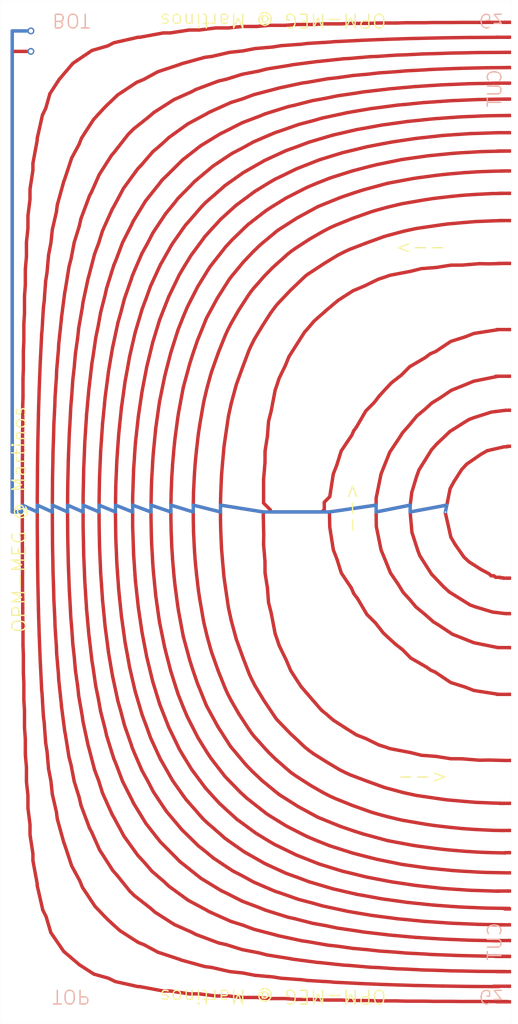
<source format=kicad_pcb>
(kicad_pcb (version 20221018) (generator pcbnew)
  (layers (0 "F.Cu" signal) (31 "B.Cu" signal) (34 "B.Paste" user) (35 "F.Paste" user) (36 "B.SilkS" user "B.Silkscreen") (37 "F.SilkS" user "F.Silkscreen") (38 "B.Mask" user) (39 "F.Mask" user) (44 "Edge.Cuts" user))
  (net 0 "")
  (net 1 "Net-(J1-Pin_1)")
  (footprint "Library:SolderWirePad_1x01_SMD_5x5mm" (layer "F.Cu") (at 746.5 1114.093185)
    (fp_text reference "J22")
    (fp_text value "SolderWirePad_1x01_SMD_5x5mm")
  )
  (footprint "Library:Banana_Jack_2Pin_Vert" (layer "F.Cu") (at 30 60)
    (fp_text reference "J1")
    (fp_text value "Conn_01x02_Socket")
  )
  (footprint "Library:SolderWirePad_1x01_SMD_5x5mm" (layer "F.Cu") (at 746.5 1467.672196)
    (fp_text reference "J34")
    (fp_text value "SolderWirePad_1x01_SMD_5x5mm")
  )
  (footprint "Library:SolderWirePad_1x01_SMD_5x5mm" (layer "F.Cu") (at 746.5 283.188423)
    (fp_text reference "J11")
    (fp_text value "SolderWirePad_1x01_SMD_5x5mm")
  )
  (footprint "Library:SolderWirePad_1x01_SMD_5x10mm_custom" (layer "F.Cu") (at 746.5 32.673033)
    (fp_text reference "J1")
    (fp_text value "Conn_01x01_Socket" hide)
  )
  (footprint "Library:SolderWirePad_1x01_SMD_5x5mm" (layer "F.Cu") (at 746.5 1401.208574)
    (fp_text reference "J31")
    (fp_text value "SolderWirePad_1x01_SMD_5x5mm")
  )
  (footprint "Library:SolderWirePad_1x01_SMD_5x5mm" (layer "F.Cu") (at 746.5 169.183012)
    (fp_text reference "J7")
    (fp_text value "SolderWirePad_1x01_SMD_5x5mm")
  )
  (footprint "Library:SolderWirePad_1x01_SMD_5x5mm" (layer "F.Cu") (at 746.5 1176.878439)
    (fp_text reference "J23")
    (fp_text value "SolderWirePad_1x01_SMD_5x5mm")
  )
  (footprint "Library:SolderWirePad_1x01_SMD_5x5mm" (layer "F.Cu") (at 746.5 1354.926607)
    (fp_text reference "J29")
    (fp_text value "SolderWirePad_1x01_SMD_5x5mm")
  )
  (footprint "Library:SolderWirePad_1x01_SMD_5x5mm" (layer "F.Cu") (at 746.5 1331.640082)
    (fp_text reference "J28")
    (fp_text value "SolderWirePad_1x01_SMD_5x5mm")
  )
  (footprint "Library:SolderWirePad_1x01_SMD_5x5mm" (layer "F.Cu") (at 746.5 482.808655)
    (fp_text reference "J14")
    (fp_text value "SolderWirePad_1x01_SMD_5x5mm")
  )
  (footprint "Library:SolderWirePad_1x01_SMD_5x5mm" (layer "F.Cu") (at 746.5 653.800433)
    (fp_text reference "J17")
    (fp_text value "SolderWirePad_1x01_SMD_5x5mm")
  )
  (footprint "Library:SolderWirePad_1x01_SMD_5x5mm" (layer "F.Cu") (at 746.5 948.789956)
    (fp_text reference "J20")
    (fp_text value "SolderWirePad_1x01_SMD_5x5mm")
  )
  (footprint "Library:SolderWirePad_1x01_SMD_5x5mm" (layer "F.Cu") (at 746.5 221.188514)
    (fp_text reference "J9")
    (fp_text value "SolderWirePad_1x01_SMD_5x5mm")
  )
  (footprint "Library:SolderWirePad_1x01_SMD_5x5mm" (layer "F.Cu") (at 746.5 1216.65135)
    (fp_text reference "J24")
    (fp_text value "SolderWirePad_1x01_SMD_5x5mm")
  )
  (footprint "Library:SolderWirePad_1x01_SMD_5x5mm" (layer "F.Cu") (at 746.5 76.617652)
    (fp_text reference "J3")
    (fp_text value "SolderWirePad_1x01_SMD_5x5mm")
  )
  (footprint "Library:SolderWirePad_1x01_SMD_5x5mm" (layer "F.Cu") (at 746.5 194.375409)
    (fp_text reference "J8")
    (fp_text value "SolderWirePad_1x01_SMD_5x5mm")
  )
  (footprint "Library:SolderWirePad_1x01_SMD_5x5mm" (layer "F.Cu") (at 746.5 98.943973)
    (fp_text reference "J4")
    (fp_text value "SolderWirePad_1x01_SMD_5x5mm")
  )
  (footprint "Library:SolderWirePad_1x01_SMD_5x5mm" (layer "F.Cu") (at 746.5 551.174179)
    (fp_text reference "J15")
    (fp_text value "SolderWirePad_1x01_SMD_5x5mm")
  )
  (footprint "Library:SolderWirePad_1x01_SMD_5x5mm" (layer "F.Cu") (at 746.5 145.133252)
    (fp_text reference "J6")
    (fp_text value "SolderWirePad_1x01_SMD_5x5mm")
  )
  (footprint "Library:SolderWirePad_1x01_SMD_5x5mm" (layer "F.Cu") (at 746.5 1305.394228)
    (fp_text reference "J27")
    (fp_text value "SolderWirePad_1x01_SMD_5x5mm")
  )
  (footprint "Library:SolderWirePad_1x01_SMD_5x5mm" (layer "F.Cu") (at 746.5 1423.524827)
    (fp_text reference "J32")
    (fp_text value "SolderWirePad_1x01_SMD_5x5mm")
  )
  (footprint "Library:SolderWirePad_1x01_SMD_5x5mm" (layer "F.Cu") (at 746.5 1278.711752)
    (fp_text reference "J26")
    (fp_text value "SolderWirePad_1x01_SMD_5x5mm")
  )
  (footprint "Library:SolderWirePad_1x01_SMD_5x5mm" (layer "F.Cu") (at 746.5 1249.210547)
    (fp_text reference "J25")
    (fp_text value "SolderWirePad_1x01_SMD_5x5mm")
  )
  (footprint "Library:SolderWirePad_1x01_SMD_5x5mm" (layer "F.Cu") (at 746.5 250.399111)
    (fp_text reference "J10")
    (fp_text value "SolderWirePad_1x01_SMD_5x5mm")
  )
  (footprint "Library:SolderWirePad_1x01_SMD_5x5mm" (layer "F.Cu") (at 746.5 1377.92205)
    (fp_text reference "J30")
    (fp_text value "SolderWirePad_1x01_SMD_5x5mm")
  )
  (footprint "Library:SolderWirePad_1x01_SMD_5x5mm" (layer "F.Cu") (at 746.5 54.535764)
    (fp_text reference "J2")
    (fp_text value "SolderWirePad_1x01_SMD_5x5mm")
  )
  (footprint "Library:SolderWirePad_1x01_SMD_5x5mm" (layer "F.Cu") (at 746.5 323.096736)
    (fp_text reference "J12")
    (fp_text value "SolderWirePad_1x01_SMD_5x5mm")
  )
  (footprint "Library:SolderWirePad_1x01_SMD_5x5mm" (layer "F.Cu") (at 746.5 601.017812)
    (fp_text reference "J16")
    (fp_text value "SolderWirePad_1x01_SMD_5x5mm")
  )
  (footprint "Library:SolderWirePad_1x01_SMD_5x5mm" (layer "F.Cu") (at 746.5 385.849012)
    (fp_text reference "J13")
    (fp_text value "SolderWirePad_1x01_SMD_5x5mm")
  )
  (footprint "Library:SolderWirePad_1x01_SMD_5x5mm" (layer "F.Cu") (at 746.5 1444.870808)
    (fp_text reference "J33")
    (fp_text value "SolderWirePad_1x01_SMD_5x5mm")
  )
  (footprint "Library:SolderWirePad_1x01_SMD_5x5mm" (layer "F.Cu") (at 746.5 899.014939)
    (fp_text reference "J19")
    (fp_text value "SolderWirePad_1x01_SMD_5x5mm")
  )
  (footprint "Library:SolderWirePad_1x01_SMD_5x5mm" (layer "F.Cu") (at 746.5 121.794755)
    (fp_text reference "J5")
    (fp_text value "SolderWirePad_1x01_SMD_5x5mm")
  )
  (footprint "Library:SolderWirePad_1x01_SMD_5x5mm" (layer "F.Cu") (at 746.5 1017.240289)
    (fp_text reference "J21")
    (fp_text value "SolderWirePad_1x01_SMD_5x5mm")
  )
  (footprint "Library:SolderWirePad_1x01_SMD_5x5mm" (layer "F.Cu") (at 746.5 847)
    (fp_text reference "J18")
    (fp_text value "SolderWirePad_1x01_SMD_5x5mm")
  )
  (gr_rect locked (start 0 0) (end 750 1500) (stroke (width 0.1)) (fill none) (layer "Edge.Cuts"))
  (gr_text "TOP" (at 75 1460 180) (layer "B.SilkS") (effects (font (size 20 20) (thickness 2)) (justify left mirror)))
  (gr_text "CUT" (at 725 1350 90) (layer "B.SilkS") (effects (font (size 20 20) (thickness 2)) (justify left mirror)))
  (gr_text "Gz" (at 700 30 180) (layer "B.SilkS") (effects (font (size 20 20) (thickness 2)) (justify left mirror)))
  (gr_text "CUT" (at 725 100 90) (layer "B.SilkS") (effects (font (size 20 20) (thickness 2)) (justify left mirror)))
  (gr_text "Gz" (at 700 1460 180) (layer "B.SilkS") (effects (font (size 20 20) (thickness 2)) (justify left mirror)))
  (gr_text "BOT" (at 75 30 180) (layer "B.SilkS") (effects (font (size 20 20) (thickness 2)) (justify left mirror)))
  (gr_text "-->" (at 581.242459 1148.566715) (layer "F.SilkS") (effects (font (size 20 20) (thickness 2)) (justify left bottom)))
  (gr_text "OPM-MEG @ Martinos" (at 400 1460 180) (layer "F.SilkS") (effects (font (size 20 20) (thickness 2))))
  (gr_text "OPM-MEG @ Martinos" (at 400 30 180) (layer "F.SilkS") (effects (font (size 20 20) (thickness 2))))
  (gr_text "OPM-MEG @ Martinos" (at 28.031697 761.025582 90) (layer "F.SilkS") (effects (font (size 20 20) (thickness 2))))
  (gr_text "-->" (at 526.834939 782.89757 90) (layer "F.SilkS") (effects (font (size 20 20) (thickness 2)) (justify left bottom)))
  (gr_text "-->" (at 654.629346 352.698575 180) (layer "F.SilkS") (effects (font (size 20 20) (thickness 2)) (justify left bottom)))
  (segment (start 86.3 116.8819) (end 86.61 116.41) (width 5) (layer "F.Cu") (net 1))
  (segment (start 610.51 698.1214) (end 614.09 688.33) (width 5) (layer "F.Cu") (net 1))
  (segment (start 494.45 140.3413) (end 522.38 136.28) (width 5) (layer "F.Cu") (net 1))
  (segment (start 34.91 1000.309) (end 34.2 985.6) (width 5) (layer "F.Cu") (net 1))
  (segment (start 145.14 750) (end 121.75 740) (width 5) (layer "F.Cu") (net 1))
  (segment (start 152.94 593.7354) (end 153.89 583.15) (width 5) (layer "F.Cu") (net 1))
  (segment (start 674.36 223.8752) (end 703.3 222.21) (width 5) (layer "F.Cu") (net 1))
  (segment (start 631.24 981.8332) (end 625.64 977.67) (width 5) (layer "F.Cu") (net 1))
  (segment (start 493.68 818.7684) (end 488.51 805.58) (width 5) (layer "F.Cu") (net 1))
  (segment (start 319.29 1064.6043) (end 303.51 1035.68) (width 5) (layer "F.Cu") (net 1))
  (segment (start 740.985265 169.225653) (end 746.26 169.15) (width 5) (layer "F.Cu") (net 1))
  (segment (start 657.11 197.8508) (end 688.12 195.77) (width 5) (layer "F.Cu") (net 1))
  (segment (start 150.18 878.5266) (end 149.19 863.66) (width 5) (layer "F.Cu") (net 1))
  (segment (start 489.35 61.022) (end 526.18 59.23) (width 5) (layer "F.Cu") (net 1))
  (segment (start 210.59 560.6203) (end 215.07 537.37) (width 5) (layer "F.Cu") (net 1))
  (segment (start 121.75 740) (end 121.75 733.02) (width 5) (layer "F.Cu") (net 1))
  (segment (start 124.16 650.7213) (end 124.29 647.06) (width 5) (layer "F.Cu") (net 1))
  (segment (start 391.89 638.9275) (end 393.54 617.37) (width 5) (layer "F.Cu") (net 1))
  (segment (start 202.29 1253.6496) (end 196.28 1245.33) (width 5) (layer "F.Cu") (net 1))
  (segment (start 252.21 1301.814) (end 247.96 1298.69) (width 5) (layer "F.Cu") (net 1))
  (segment (start 746.5 1017.240289) (end 728.174989 1017.240289) (width 5) (layer "F.Cu") (net 1))
  (segment (start 308.29 949.5487) (end 303.51 932.18) (width 5) (layer "F.Cu") (net 1))
  (segment (start 273.06 1221.9344) (end 267.32 1216.45) (width 5) (layer "F.Cu") (net 1))
  (segment (start 746.5 283.188423) (end 731.676707 283.188423) (width 5) (layer "F.Cu") (net 1))
  (segment (start 56.97 915.5575) (end 56.26 892.01) (width 5) (layer "F.Cu") (net 1))
  (segment (start 194.38 768.2332) (end 194.38 750) (width 5) (layer "F.Cu") (net 1))
  (segment (start 126.8 608.0457) (end 127.41 601.11) (width 5) (layer "F.Cu") (net 1))
  (segment (start 56.97 584.4222) (end 57.46 568.22) (width 5) (layer "F.Cu") (net 1))
  (segment (start 344.24 928.8968) (end 338.73 908.51) (width 5) (layer "F.Cu") (net 1))
  (segment (start 246.14 255.4208) (end 267.15 234.59) (width 5) (layer "F.Cu") (net 1))
  (segment (start 393.49 1102.1207) (end 372.46 1078.78) (width 5) (layer "F.Cu") (net 1))
  (segment (start 157.96 67.1375) (end 166.81 62.61) (width 5) (layer "F.Cu") (net 1))
  (segment (start 48.19 1260.7748) (end 48.19 1250.68) (width 5) (layer "F.Cu") (net 1))
  (segment (start 277.97 966.9622) (end 268.55 932.21) (width 5) (layer "F.Cu") (net 1))
  (segment (start 197.85 842.8564) (end 195.77 811.88) (width 5) (layer "F.Cu") (net 1))
  (segment (start 609.46 889.1324) (end 601.54 879.57) (width 5) (layer "F.Cu") (net 1))
  (segment (start 355.51 74.6118) (end 373.77 71.11) (width 5) (layer "F.Cu") (net 1))
  (segment (start 698.72 284.676) (end 720.98 283.6) (width 5) (layer "F.Cu") (net 1))
  (segment (start 471.3 1266.9292) (end 467.5 1265.7) (width 5) (layer "F.Cu") (net 1))
  (segment (start 499.05 289.2371) (end 519.45 282.26) (width 5) (layer "F.Cu") (net 1))
  (segment (start 320.59 1125.7661) (end 309.08 1110.88) (width 5) (layer "F.Cu") (net 1))
  (segment (start 250.16 982.9358) (end 243.8 958.45) (width 5) (layer "F.Cu") (net 1))
  (segment (start 694.42 488.5008) (end 727.67 483.28) (width 5) (layer "F.Cu") (net 1))
  (segment (start 567.81 1196.4889) (end 550.45 1191.72) (width 5) (layer "F.Cu") (net 1))
  (segment (start 731.15 1445.4302) (end 728.39 1445.43) (width 5) (layer "F.Cu") (net 1))
  (segment (start 198.42 850.8175) (end 197.85 842.86) (width 5) (layer "F.Cu") (net 1))
  (segment (start 368.27 505.8347) (end 372.87 496.7) (width 5) (layer "F.Cu") (net 1))
  (segment (start 596.97 177.9642) (end 621.26 175.45) (width 5) (layer "F.Cu") (net 1))
  (segment (start 198.49 851.5131) (end 198.42 850.82) (width 5) (layer "F.Cu") (net 1))
  (segment (start 284.74 266.2058) (end 286.71 264.5) (width 5) (layer "F.Cu") (net 1))
  (segment (start 140.34 1005.5512) (end 136.28 977.62) (width 5) (layer "F.Cu") (net 1))
  (segment (start 113.78 494.849) (end 115.37 480.11) (width 5) (layer "F.Cu") (net 1))
  (segment (start 681.23 563.8162) (end 694.16 558.49) (width 5) (layer "F.Cu") (net 1))
  (segment (start 215.07 962.6314) (end 210.59 939.38) (width 5) (layer "F.Cu") (net 1))
  (segment (start 705.42 99.3735) (end 713.57 99.2) (width 5) (layer "F.Cu") (net 1))
  (segment (start 730.436444 948.789956) (end 730.43 948.7964) (width 5) (layer "F.Cu") (net 1))
  (segment (start 320.17 118.6707) (end 331.73 116.01) (width 5) (layer "F.Cu") (net 1))
  (segment (start 174.02 635.1663) (end 175.45 621.26) (width 5) (layer "F.Cu") (net 1))
  (segment (start 480.11 1384.6288) (end 450.49 1379.42) (width 5) (layer "F.Cu") (net 1))
  (segment (start 318.59 281.672) (end 329.16 272.28) (width 5) (layer "F.Cu") (net 1))
  (segment (start 614.09 688.3329) (end 623.14 673.86) (width 5) (layer "F.Cu") (net 1))
  (segment (start 522.57 162.6305) (end 545.5 158.78) (width 5) (layer "F.Cu") (net 1))
  (segment (start 251.72 698.8296) (end 252.89 680.47) (width 5) (layer "F.Cu") (net 1))
  (segment (start 597.91 625.0958) (end 611.06 609.24) (width 5) (layer "F.Cu") (net 1))
  (segment (start 292.23 1456.0863) (end 277.23 1456.09) (width 5) (layer "F.Cu") (net 1))
  (segment (start 143.87 477.5668) (end 147.36 458.02) (width 5) (layer "F.Cu") (net 1))
  (segment (start 145.14 739.9527) (end 145.42 719.43) (width 5) (layer "F.Cu") (net 1))
  (segment (start 602.11 964.1378) (end 590.03 951.85) (width 5) (layer "F.Cu") (net 1))
  (segment (start 466.24 302.5426) (end 467.7 301.92) (width 5) (layer "F.Cu") (net 1))
  (segment (start 746.5 54.535764) (end 728.424036 54.535764) (width 5) (layer "F.Cu") (net 1))
  (segment (start 361.67 1169.3495) (end 351.92 1160.41) (width 5) (layer "F.Cu") (net 1))
  (segment (start 720.98 1216.3992) (end 698.72 1215.32) (width 5) (layer "F.Cu") (net 1))
  (segment (start 411.12 1165.3227) (end 408.9 1163.88) (width 5) (layer "F.Cu") (net 1))
  (segment (start 397.48 601.6808) (end 403.27 571.33) (width 5) (layer "F.Cu") (net 1))
  (segment (start 730.43 948.7964) (end 729.06 948.61) (width 5) (layer "F.Cu") (net 1))
  (segment (start 82.99 957.5734) (end 82.57 946.77) (width 5) (layer "F.Cu") (net 1))
  (segment (start 302.54 466.2323) (end 303.53 464.26) (width 5) (layer "F.Cu") (net 1))
  (segment (start 195.67 690.5674) (end 195.77 688.12) (width 5) (layer "F.Cu") (net 1))
  (segment (start 250.85 780.2482) (end 250.42 759.96) (width 5) (layer "F.Cu") (net 1))
  (segment (start 130.26 930.4254) (end 127.41 898.87) (width 5) (layer "F.Cu") (net 1))
  (segment (start 621.47 150.1771) (end 636.35 149.19) (width 5) (layer "F.Cu") (net 1))
  (segment (start 697.47 324.5367) (end 721.06 323.56) (width 5) (layer "F.Cu") (net 1))
  (segment (start 93.56 265.2878) (end 94.51 263.17) (width 5) (layer "F.Cu") (net 1))
  (segment (start 422.59 1343.8949) (end 401.63 1337.37) (width 5) (layer "F.Cu") (net 1))
  (segment (start 519.45 282.2636) (end 533.04 277.97) (width 5) (layer "F.Cu") (net 1))
  (segment (start 406.77 337.6107) (end 406.97 337.45) (width 5) (layer "F.Cu") (net 1))
  (segment (start 552.34 1258.8694) (end 541.55 1256.2) (width 5) (layer "F.Cu") (net 1))
  (segment (start 194.38 731.7671) (end 194.43 727.81) (width 5) (layer "F.Cu") (net 1))
  (segment (start 17.888676 750) (end 17.881832 750.006844) (width 5) (layer "F.Cu") (net 1))
  (segment (start 220.6 1080.8316) (end 214.12 1062.78) (width 5) (layer "F.Cu") (net 1))
  (segment (start 727.67 483.275) (end 731.58 482.77) (width 5) (layer "F.Cu") (net 1))
  (segment (start 32.69 715.8252) (end 32.78 703.21) (width 5) (layer "F.Cu") (net 1))
  (segment (start 302.51 166.8052) (end 306.11 164.63) (width 5) (layer "F.Cu") (net 1))
  (segment (start 608.77 1373.2378) (end 608.05 1373.2) (width 5) (layer "F.Cu") (net 1))
  (segment (start 95.73 424.3029) (end 101.04 390.96) (width 5) (layer "F.Cu") (net 1))
  (segment (start 405.29 565.706) (end 408.97 554.39) (width 5) (layer "F.Cu") (net 1))
  (segment (start 169.56 1118.1033) (end 166.85 1111.7) (width 5) (layer "F.Cu") (net 1))
  (segment (start 237.03 211.0903) (end 237.03 211.09) (width 5) (layer "F.Cu") (net 1))
  (segment (start 76.63 1163.5223) (end 74.61 1144.49) (width 5) (layer "F.Cu") (net 1))
  (segment (start 610.51 698.1214) (end 610.51 698.12) (width 5) (layer "F.Cu") (net 1))
  (segment (start 252.89 819.5338) (end 251.72 801.17) (width 5) (layer "F.Cu") (net 1))
  (segment (start 261.05 1017.1405) (end 257.75 1006.93) (width 5) (layer "F.Cu") (net 1))
  (segment (start 331.74 1384.0036) (end 320.16 1381.34) (width 5) (layer "F.Cu") (net 1))
  (segment (start 450.36 63.588) (end 484.39 61.55) (width 5) (layer "F.Cu") (net 1))
  (segment (start 567.63 57.4996) (end 568.22 57.46) (width 5) (layer "F.Cu") (net 1))
  (segment (start 32.78 824.5808) (end 32.78 796.79) (width 5) (layer "F.Cu") (net 1))
  (segment (start 182.32 437.6411) (end 192.23 409.33) (width 5) (layer "F.Cu") (net 1))
  (segment (start 465.67 1264.9827) (end 434.5 1252.71) (width 5) (layer "F.Cu") (net 1))
  (segment (start 484.39 1438.4487) (end 450.36 1436.41) (width 5) (layer "F.Cu") (net 1))
  (segment (start 224.61 835.7789) (end 223.88 825.64) (width 5) (layer "F.Cu") (net 1))
  (segment (start 56.26 891.1985) (end 55.4 852.05) (width 5) (layer "F.Cu") (net 1))
  (segment (start 208.31 452.5692) (end 214.11 437.22) (width 5) (layer "F.Cu") (net 1))
  (segment (start 35.84 434.4279) (end 37.07 417.53) (width 5) (layer "F.Cu") (net 1))
  (segment (start 116 331.7434) (end 118.66 320.16) (width 5) (layer "F.Cu") (net 1))
  (segment (start 203.41 605.2045) (end 208.09 573.82) (width 5) (layer "F.Cu") (net 1))
  (segment (start 227.36 1336.5498) (end 219.75 1329.93) (width 5) (layer "F.Cu") (net 1))
  (segment (start 603.71 779.8693) (end 601.06 750) (width 5) (layer "F.Cu") (net 1))
  (segment (start 567.79 1231.4513) (end 533.04 1222.03) (width 5) (layer "F.Cu") (net 1))
  (segment (start 59.02 971.3449) (end 57.5 932.37) (width 5) (layer "F.Cu") (net 1))
  (segment (start 76.66 740) (end 76.82 718.37) (width 5) (layer "F.Cu") (net 1))
  (segment (start 731.676707 283.188423) (end 731.488983 283.376147) (width 5) (layer "F.Cu") (net 1))
  (segment (start 198.8 318.1512) (end 213.26 294.41) (width 5) (layer "F.Cu") (net 1))
  (segment (start 116.26 1413.3533) (end 93.24 1393.76) (width 5) (layer "F.Cu") (net 1))
  (segment (start 78.91 620.998) (end 80.25 595.03) (width 5) (layer "F.Cu") (net 1))
  (segment (start 573.06 561.2994) (end 588.29 549.39) (width 5) (layer "F.Cu") (net 1))
  (segment (start 310.3 956.1906) (end 308.29 949.55) (width 5) (layer "F.Cu") (net 1))
  (segment (start 514.83 861.2841) (end 500.15 839.35) (width 5) (layer "F.Cu") (net 1))
  (segment (start 716.600042 840.4407) (end 719.67294 843.513598) (width 5) (layer "F.Cu") (net 1))
  (segment (start 583.15 153.8911) (end 593.74 152.93) (width 5) (layer "F.Cu") (net 1))
  (segment (start 94.95 427.9184) (end 95.73 424.3) (width 5) (layer "F.Cu") (net 1))
  (segment (start 258.27 1256.7958) (end 234.92 1233.26) (width 5) (layer "F.Cu") (net 1))
  (segment (start 162.63 310.4654) (end 164.59 306.12) (width 5) (layer "F.Cu") (net 1))
  (segment (start 239.98 1291.2932) (end 222.62 1276.38) (width 5) (layer "F.Cu") (net 1))
  (segment (start 600.09 537.446) (end 623.32 523.76) (width 5) (layer "F.Cu") (net 1))
  (segment (start 99.37 794.5849) (end 99.2 786.43) (width 5) (layer "F.Cu") (net 1))
  (segment (start 715.83 1467.3101) (end 703.21 1467.22) (width 5) (layer "F.Cu") (net 1))
  (segment (start 427.92 1405.05) (end 424.3 1404.27) (width 5) (layer "F.Cu") (net 1))
  (segment (start 338.26 150.171) (end 355.7 144.72) (width 5) (layer "F.Cu") (net 1))
  (segment (start 403.87 1306.0413) (end 394.68 1302.15) (width 5) (layer "F.Cu") (net 1))
  (segment (start 728.174989 1017.240289) (end 727.68 1016.7453) (width 5) (layer "F.Cu") (net 1))
  (segment (start 349.49 454.9181) (end 362.37 434.93) (width 5) (layer "F.Cu") (net 1))
  (segment (start 287.85 660.0854) (end 290.64 636.02) (width 5) (layer "F.Cu") (net 1))
  (segment (start 636.02 1209.365) (end 622.41 1207.31) (width 5) (layer "F.Cu") (net 1))
  (segment (start 340.47 224.4502) (end 354.52 217.23) (width 5) (layer "F.Cu") (net 1))
  (segment (start 252.81 1143.379) (end 237.76 1116.86) (width 5) (layer "F.Cu") (net 1))
  (segment (start 407.87 443.9193) (end 425.84 425.14) (width 5) (layer "F.Cu") (net 1))
  (segment (start 680.01 816.2188) (end 666.84 797.38) (width 5) (layer "F.Cu") (net 1))
  (segment (start 537.37 215.0674) (end 560.62 210.59) (width 5) (layer "F.Cu") (net 1))
  (segment (start 40.9 334.4201) (end 40.9 315.95) (width 5) (layer "F.Cu") (net 1))
  (segment (start 329.77 643.7045) (end 334.59 610.77) (width 5) (layer "F.Cu") (net 1))
  (segment (start 115.8 211.4768) (end 119.45 202.3) (width 5) (layer "F.Cu") (net 1))
  (segment (start 372.06 138.5832) (end 404.56 130.11) (width 5) (layer "F.Cu") (net 1))
  (segment (start 231.4 1339.1122) (end 227.36 1336.55) (width 5) (layer "F.Cu") (net 1))
  (segment (start 179.64 355.1875) (end 192.81 329.32) (width 5) (layer "F.Cu") (net 1))
  (segment (start 223.88 825.6363) (end 222.21 796.7) (width 5) (layer "F.Cu") (net 1))
  (segment (start 298.07 591.2927) (end 299.23 585.71) (width 5) (layer "F.Cu") (net 1))
  (segment (start 202.57 888.8912) (end 198.49 851.51) (width 5) (layer "F.Cu") (net 1))
  (segment (start 376.37 318.9021) (end 389.32 308.92) (width 5) (layer "F.Cu") (net 1))
  (segment (start 660.75 1422.3103) (end 636.45 1421.43) (width 5) (layer "F.Cu") (net 1))
  (segment (start 59.02 528.6547) (end 59.23 526.18) (width 5) (layer "F.Cu") (net 1))
  (segment (start 580.81 1395.0026) (end 556.04 1393.3) (width 5) (layer "F.Cu") (net 1))
  (segment (start 299.23 585.7073) (end 303.51 567.81) (width 5) (layer "F.Cu") (net 1))
  (segment (start 195.77 811.8806) (end 195.67 809.43) (width 5) (layer "F.Cu") (net 1))
  (segment (start 32.78 703.2058) (end 32.78 675.42) (width 5) (layer "F.Cu") (net 1))
  (segment (start 355.19 1320.3566) (end 329.33 1307.21) (width 5) (layer "F.Cu") (net 1))
  (segment (start 632.62 658.6173) (end 639.83 650.71) (width 5) (layer "F.Cu") (net 1))
  (segment (start 355.52 1425.3942) (end 336.47 1423.38) (width 5) (layer "F.Cu") (net 1))
  (segment (start 268.29 930.994) (end 261.66 895.42) (width 5) (layer "F.Cu") (net 1))
  (segment (start 217.23 1145.4872) (end 207.89 1128.59) (width 5) (layer "F.Cu") (net 1))
  (segment (start 543.81 1189.7059) (end 516.68 1180.08) (width 5) (layer "F.Cu") (net 1))
  (segment (start 746.5 601.017812) (end 740.982188 601.017812) (width 5) (layer "F.Cu") (net 1))
  (segment (start 169.55 381.9036) (end 179.64 355.19) (width 5) (layer "F.Cu") (net 1))
  (segment (start 158.78 954.502) (end 158.23 949.76) (width 5) (layer "F.Cu") (net 1))
  (segment (start 100.47 835.6695) (end 100.07 826.39) (width 5) (layer "F.Cu") (net 1))
  (segment (start 674.37 1276.1255) (end 664.22 1275.4) (width 5) (layer "F.Cu") (net 1))
  (segment (start 601.18 740) (end 603.41 721.56) (width 5) (layer "F.Cu") (net 1))
  (segment (start 146.74 678.2123) (end 147.52 660.4) (width 5) (layer "F.Cu") (net 1))
  (segment (start 258.33 1088.1771) (end 247.29 1065.5) (width 5) (layer "F.Cu") (net 1))
  (segment (start 566.03 1369.2748) (end 531.68 1365.28) (width 5) (layer "F.Cu") (net 1))
  (segment (start 674.03 171.2474) (end 705.37 169.89) (width 5) (layer "F.Cu") (net 1))
  (segment (start 746.5 1331.640082) (end 739.709802 1331.640082) (width 5) (layer "F.Cu") (net 1))
  (segment (start 335.16 1232.0634) (end 329.83 1228.22) (width 5) (layer "F.Cu") (net 1))
  (segment (start 652.72 751.2681) (end 652.837268 750.183508) (width 5) (layer "F.Cu") (net 1))
  (segment (start 165.54 1275.6689) (end 162.85 1271.51) (width 5) (layer "F.Cu") (net 1))
  (segment (start 284.68 698.7238) (end 285.98 679.16) (width 5) (layer "F.Cu") (net 1))
  (segment (start 17.881832 750.006844) (end 17.881832 74.824417) (width 5) (layer "F.Cu") (net 1))
  (segment (start 513.15 1135.1334) (end 506.19 1131.92) (width 5) (layer "F.Cu") (net 1))
  (segment (start 508.64 165.0442) (end 522.57 162.63) (width 5) (layer "F.Cu") (net 1))
  (segment (start 126.76 891.2332) (end 124.3 852.93) (width 5) (layer "F.Cu") (net 1))
  (segment (start 659.67 715.8594) (end 665.37 705.41) (width 5) (layer "F.Cu") (net 1))
  (segment (start 721.81 896.6452) (end 697.22 889.23) (width 5) (layer "F.Cu") (net 1))
  (segment (start 746.5 98.943973) (end 741.794648 98.943973) (width 5) (layer "F.Cu") (net 1))
  (segment (start 312.82 1257.1238) (end 298.86 1245.62) (width 5) (layer "F.Cu") (net 1))
  (segment (start 335.46 606.5165) (end 338.73 591.49) (width 5) (layer "F.Cu") (net 1))
  (segment (start 336.48 76.626) (end 355.51 74.61) (width 5) (layer "F.Cu") (net 1))
  (segment (start 415.85 127.4105) (end 443.19 121.54) (width 5) (layer "F.Cu") (net 1))
  (segment (start 584.41 56.9702) (end 607.99 56.26) (width 5) (layer "F.Cu") (net 1))
  (segment (start 554.55 1466.3424) (end 540.56 1465.8) (width 5) (layer "F.Cu") (net 1))
  (segment (start 312.01 243.3862) (end 328.37 232.42) (width 5) (layer "F.Cu") (net 1))
  (segment (start 550.24 1341.7712) (end 545.5 1341.22) (width 5) (layer "F.Cu") (net 1))
  (segment (start 475.20811 735.72779) (end 483.26 727.6759) (width 5) (layer "F.Cu") (net 1))
  (segment (start 122.64 813.4264) (end 122.52 807.88) (width 5) (layer "F.Cu") (net 1))
  (segment (start 738.813227 1330.743507) (end 713.56 1330.38) (width 5) (layer "F.Cu") (net 1))
  (segment (start 569.57 1369.7414) (end 566.03 1369.27) (width 5) (layer "F.Cu") (net 1))
  (segment (start 162.63 1189.4422) (end 150.17 1161.74) (width 5) (layer "F.Cu") (net 1))
  (segment (start 728.027038 1423.250163) (end 718.37 1423.18) (width 5) (layer "F.Cu") (net 1))
  (segment (start 323.09 740) (end 323.09 738.75) (width 5) (layer "F.Cu") (net 1))
  (segment (start 734.910923 250.399111) (end 734.779774 250.53026) (width 5) (layer "F.Cu") (net 1))
  (segment (start 622.02 33.2544) (end 635.07 32.97) (width 5) (layer "F.Cu") (net 1))
  (segment (start 515.69 637.2923) (end 518.37 631.06) (width 5) (layer "F.Cu") (net 1))
  (segment (start 256.49 642.0747) (end 260.37 612.95) (width 5) (layer "F.Cu") (net 1))
  (segment (start 33.25 594.7744) (end 33.66 581.33) (width 5) (layer "F.Cu") (net 1))
  (segment (start 301.92 1032.2961) (end 289.24 1000.95) (width 5) (layer "F.Cu") (net 1))
  (segment (start 458.64 1323.1694) (end 437.64 1317.68) (width 5) (layer "F.Cu") (net 1))
  (segment (start 346.06 300.636) (end 347.85 299.34) (width 5) (layer "F.Cu") (net 1))
  (segment (start 700.79 76.9449) (end 718.37 76.82) (width 5) (layer "F.Cu") (net 1))
  (segment (start 649.76 1444.6001) (end 647.95 1444.6) (width 5) (layer "F.Cu") (net 1))
  (segment (start 448.88 92.1903) (end 465.54 90.01) (width 5) (layer "F.Cu") (net 1))
  (segment (start 588.56 233.7588) (end 593.04 233.07) (width 5) (layer "F.Cu") (net 1))
  (segment (start 37.07 417.534) (end 37.07 394.67) (width 5) (layer "F.Cu") (net 1))
  (segment (start 57.46 931.7808) (end 56.97 915.56) (width 5) (layer "F.Cu") (net 1))
  (segment (start 189.79 522.8497) (end 197.85 488.05) (width 5) (layer "F.Cu") (net 1))
  (segment (start 228.41 625.9505) (end 233.07 593.03) (width 5) (layer "F.Cu") (net 1))
  (segment (start 514.4 34.1984) (end 540.56 34.2) (width 5) (layer "F.Cu") (net 1))
  (segment (start 145.84 699.8993) (end 146.74 678.21) (width 5) (layer "F.Cu") (net 1))
  (segment (start 537.27 1144.2202) (end 513.15 1135.13) (width 5) (layer "F.Cu") (net 1))
  (segment (start 503.72 86.0521) (end 510.98 85.7) (width 5) (layer "F.Cu") (net 1))
  (segment (start 675.87 878.0696) (end 658.39 867.21) (width 5) (layer "F.Cu") (net 1))
  (segment (start 219.37 170.0936) (end 225.06 165.02) (width 5) (layer "F.Cu") (net 1))
  (segment (start 54.84 809.4662) (end 54.57 771.61) (width 5) (layer "F.Cu") (net 1))
  (segment (start 138.58 1127.936) (end 130.11 1095.45) (width 5) (layer "F.Cu") (net 1))
  (segment (start 303.51 932.1807) (end 299.23 914.29) (width 5) (layer "F.Cu") (net 1))
  (segment (start 581.54 1419.3472) (end 553.23 1417.43) (width 5) (layer "F.Cu") (net 1))
  (segment (start 117.51 1414.1677) (end 116.26 1413.35) (width 5) (layer "F.Cu") (net 1))
  (segment (start 252.89 680.465) (end 254.94 656.52) (width 5) (layer "F.Cu") (net 1))
  (segment (start 528.65 1440.9834) (end 526.18 1440.77) (width 5) (layer "F.Cu") (net 1))
  (segment (start 318.59 281.672) (end 318.59 281.67) (width 5) (layer "F.Cu") (net 1))
  (segment (start 354.94 1391.2367) (end 331.74 1384) (width 5) (layer "F.Cu") (net 1))
  (segment (start 55.4 649.756) (end 55.4 647.95) (width 5) (layer "F.Cu") (net 1))
  (segment (start 743.17 1114.1512) (end 716.76 1113.49) (width 5) (layer "F.Cu") (net 1))
  (segment (start 315.96 40.8978) (end 334.42 40.9) (width 5) (layer "F.Cu") (net 1))
  (segment (start 32.69 756.2836) (end 32.69 750) (width 5) (layer "F.Cu") (net 1))
  (segment (start 40.9 315.9548) (end 43.91 292.23) (width 5) (layer "F.Cu") (net 1))
  (segment (start 62.13 168.5524) (end 66.92 158.81) (width 5) (layer "F.Cu") (net 1))
  (segment (start 343.81 1197.2362) (end 321.4 1176.85) (width 5) (layer "F.Cu") (net 1))
  (segment (start 419.31 966.6997) (end 409.17 945.87) (width 5) (layer "F.Cu") (net 1))
  (segment (start 193.06 1443.3586) (end 168.86 1438) (width 5) (layer "F.Cu") (net 1))
  (segment (start 323.56 721.059) (end 324.54 697.46) (width 5) (layer "F.Cu") (net 1))
  (segment (start 329.8 1007.8485) (end 319.93 983.32) (width 5) (layer "F.Cu") (net 1))
  (segment (start 387.19 235.3683) (end 392.03 233.07) (width 5) (layer "F.Cu") (net 1))
  (segment (start 738.87 654.55) (end 714.05 660.2395) (width 5) (layer "F.Cu") (net 1))
  (segment (start 323.09 738.7542) (end 323.56 721.06) (width 5) (layer "F.Cu") (net 1))
  (segment (start 95.73 1075.6999) (end 94.95 1072.08) (width 5) (layer "F.Cu") (net 1))
  (segment (start 673.61 100.0705) (end 705.42 99.37) (width 5) (layer "F.Cu") (net 1))
  (segment (start 587.68 1266.0777) (end 552.34 1258.87) (width 5) (layer "F.Cu") (net 1))
  (segment (start 560.62 1289.4105) (end 537.37 1284.93) (width 5) (layer "F.Cu") (net 1))
  (segment (start 381.4 358.6794) (end 406.77 337.61) (width 5) (layer "F.Cu") (net 1))
  (segment (start 105.02 231.4097) (end 115.8 211.48) (width 5) (layer "F.Cu") (net 1))
  (segment (start 54.84 688.0909) (end 55.4 649.76) (width 5) (layer "F.Cu") (net 1))
  (segment (start 162.85 1271.5114) (end 145.9 1245.11) (width 5) (layer "F.Cu") (net 1))
  (segment (start 733.961868 1354.780486) (end 719.43 1354.58) (width 5) (layer "F.Cu") (net 1))
  (segment (start 566.03 130.7255) (end 569.57 130.26) (width 5) (layer "F.Cu") (net 1))
  (segment (start 467.71 1198.0843) (end 466.23 1197.46) (width 5) (layer "F.Cu") (net 1))
  (segment (start 537.27 355.782) (end 563.61 346.26) (width 5) (layer "F.Cu") (net 1))
  (segment (start 324.54 697.4641) (end 325.81 681.89) (width 5) (layer "F.Cu") (net 1))
  (segment (start 372.87 496.701) (end 384.52 477.36) (width 5) (layer "F.Cu") (net 1))
  (segment (start 303.07 1101.75) (end 290.36 1081.22) (width 5) (layer "F.Cu") (net 1))
  (segment (start 205.23 54.5063) (end 239.23 48.19) (width 5) (layer "F.Cu") (net 1))
  (segment (start 464.55 1231.709) (end 450.07 1225.6) (width 5) (layer "F.Cu") (net 1))
  (segment (start 80.25 595.0273) (end 80.65 581.54) (width 5) (layer "F.Cu") (net 1))
  (segment (start 660.77 1111.5681) (end 638.92 1108.12) (width 5) (layer "F.Cu") (net 1))
  (segment (start 402.83 262.5984) (end 411.83 258.33) (width 5) (layer "F.Cu") (net 1))
  (segment (start 677.55 1422.5567) (end 660.75 1422.31) (width 5) (layer "F.Cu") (net 1))
  (segment (start 399.27 68.8651) (end 411.79 66.87) (width 5) (layer "F.Cu") (net 1))
  (segment (start 334.03 412.2403) (end 336.57 408.34) (width 5) (layer "F.Cu") (net 1))
  (segment (start 299.84 347.0479) (end 303.7 342.7) (width 5) (layer "F.Cu") (net 1))
  (segment (start 54.57 740) (end 54.57 731.15) (width 5) (layer "F.Cu") (net 1))
  (segment (start 635.07 32.9667) (end 662.64 32.97) (width 5) (layer "F.Cu") (net 1))
  (segment (start 323.56 778.9407) (end 323.09 761.25) (width 5) (layer "F.Cu") (net 1))
  (segment (start 265.81 1214.7145) (end 243.92 1188.71) (width 5) (layer "F.Cu") (net 1))
  (segment (start 282.26 980.5465) (end 277.97 966.96) (width 5) (layer "F.Cu") (net 1))
  (segment (start 636.45 1421.4331) (end 621 1421.09) (width 5) (layer "F.Cu") (net 1))
  (segment (start 425.72 1074.8191) (end 406.58 1055.13) (width 5) (layer "F.Cu") (net 1))
  (segment (start 664.33 100.4636) (end 673.61 100.07) (width 5) (layer "F.Cu") (net 1))
  (segment (start 514.36 1279.3139) (end 501.87 1276.3) (width 5) (layer "F.Cu") (net 1))
  (segment (start 678.21 146.736) (end 699.9 145.84) (width 5) (layer "F.Cu") (net 1))
  (segment (start 260.37 887.055) (end 256.49 857.92) (width 5) (layer "F.Cu") (net 1))
  (segment (start 82.57 946.7684) (end 80.65 918.46) (width 5) (layer "F.Cu") (net 1))
  (segment (start 189.79 977.1494) (end 188.01 966.87) (width 5) (layer "F.Cu") (net 1))
  (segment (start 374.61 1220.3992) (end 354.16 1205.35) (width 5) (layer "F.Cu") (net 1))
  (segment (start 32.69 750) (end 17.888676 750) (width 5) (layer "F.Cu") (net 1))
  (segment (start 263.17 1405.4873) (end 231.41 1394.98) (width 5) (layer "F.Cu") (net 1))
  (segment (start 365.44 987.8642) (end 355.78 962.73) (width 5) (layer "F.Cu") (net 1))
  (segment (start 486.84 1301.8382) (end 452.57 1291.69) (width 5) (layer "F.Cu") (net 1))
  (segment (start 663.74 1328.0628) (end 635.17 1325.98) (width 5) (layer "F.Cu") (net 1))
  (segment (start 80.65 918.4592) (end 80.25 904.97) (width 5) (layer "F.Cu") (net 1))
  (segment (start 738.75 1176.9102) (end 731.687481 1176.722478) (width 5) (layer "F.Cu") (net 1))
  (segment (start 136.28 522.3836) (end 140.34 494.45) (width 5) (layer "F.Cu") (net 1))
  (segment (start 703.3 1277.7896) (end 674.37 1276.13) (width 5) (layer "F.Cu") (net 1))
  (segment (start 601.68 397.4727) (end 617.38 393.53) (width 5) (layer "F.Cu") (net 1))
  (segment (start 746.5 1423.524827) (end 728.301702 1423.524827) (width 5) (layer "F.Cu") (net 1))
  (segment (start 483.26 727.6759) (end 488.46 694.4) (width 5) (layer "F.Cu") (net 1))
  (segment (start 94.95 1072.0795) (end 92.19 1051.11) (width 5) (layer "F.Cu") (net 1))
  (segment (start 526.18 1440.7706) (end 489.35 1438.98) (width 5) (layer "F.Cu") (net 1))
  (segment (start 77.44 822.4473) (end 76.95 799.21) (width 5) (layer "F.Cu") (net 1))
  (segment (start 145.9 1245.1097) (end 134.41 1219.29) (width 5) (layer "F.Cu") (net 1))
  (segment (start 617.37 1106.4597) (end 601.68 1102.52) (width 5) (layer "F.Cu") (net 1))
  (segment (start 281.3 319.0658) (end 295.67 302.4) (width 5) (layer "F.Cu") (net 1))
  (segment (start 740.410053 1249.210547) (end 740.04 1249.5806) (width 5) (layer "F.Cu") (net 1))
  (segment (start 267.32 1216.4531) (end 265.81 1214.71) (width 5) (layer "F.Cu") (net 1))
  (segment (start 737.393318 847) (end 746.5 847) (width 5) (layer "F.Cu") (net 1))
  (segment (start 76.82 718.3715) (end 76.95 700.79) (width 5) (layer "F.Cu") (net 1))
  (segment (start 364.98 512.9416) (end 368.27 505.83) (width 5) (layer "F.Cu") (net 1))
  (segment (start 158.73 1433.0701) (end 137.52 1427.08) (width 5) (layer "F.Cu") (net 1))
  (segment (start 562.97 683.0083) (end 571.2 662.43) (width 5) (layer "F.Cu") (net 1))
  (segment (start 650.72 1375.8409) (end 647.06 1375.71) (width 5) (layer "F.Cu") (net 1))
  (segment (start 221.24 756.7936) (end 221.24 750) (width 5) (layer "F.Cu") (net 1))
  (segment (start 61.55 484.3895) (end 63.59 450.36) (width 5) (layer "F.Cu") (net 1))
  (segment (start 726.554755 121.794755) (end 726.55 121.79) (width 5) (layer "F.Cu") (net 1))
  (segment (start 594.82 103.7662) (end 622.82 102.3) (width 5) (layer "F.Cu") (net 1))
  (segment (start 715.83 32.6899) (end 739.386881 32.689984) (width 5) (layer "F.Cu") (net 1))
  (segment (start 746.5 1176.878439) (end 731.843442 1176.878439) (width 5) (layer "F.Cu") (net 1))
  (segment (start 497.49 1127.5565) (end 478.26 1116.05) (width 5) (layer "F.Cu") (net 1))
  (segment (start 290.39 1238.9855) (end 273.06 1221.93) (width 5) (layer "F.Cu") (net 1))
  (segment (start 67.56 1342.9368) (end 62.7 1333.32) (width 5) (layer "F.Cu") (net 1))
  (segment (start 231.41 105.0115) (end 263.16 94.52) (width 5) (layer "F.Cu") (net 1))
  (segment (start 278.9 441.1129) (end 289.89 419.62) (width 5) (layer "F.Cu") (net 1))
  (segment (start 680.46 1247.1135) (end 656.52 1245.06) (width 5) (layer "F.Cu") (net 1))
  (segment (start 224.45 1159.533) (end 217.23 1145.49) (width 5) (layer "F.Cu") (net 1))
  (segment (start 632.62 841.3788) (end 618.91 819.89) (width 5) (layer "F.Cu") (net 1))
  (segment (start 716.75 386.5022) (end 729.909403 386.172368) (width 5) (layer "F.Cu") (net 1))
  (segment (start 475.3 385.8183) (end 495.17 373.75) (width 5) (layer "F.Cu") (net 1))
  (segment (start 553.23 1417.4276) (end 542.43 1417.01) (width 5) (layer "F.Cu") (net 1))
  (segment (start 254.95 196.0334) (end 275.27 181.42) (width 5) (layer "F.Cu") (net 1))
  (segment (start 373.23 280.5341) (end 393.21 268.26) (width 5) (layer "F.Cu") (net 1))
  (segment (start 571.32 1096.7188) (end 565.71 1094.71) (width 5) (layer "F.Cu") (net 1))
  (segment (start 43.91 292.2284) (end 43.91 277.23) (width 5) (layer "F.Cu") (net 1))
  (segment (start 164.64 1193.8901) (end 162.63 1189.44) (width 5) (layer "F.Cu") (net 1))
  (segment (start 675.42 32.7811) (end 703.21 32.78) (width 5) (layer "F.Cu") (net 1))
  (segment (start 726.546133 551.174179) (end 725.606628 552.113684) (width 5) (layer "F.Cu") (net 1))
  (segment (start 568.22 57.4599) (end 584.41 56.97) (width 5) (layer "F.Cu") (net 1))
  (segment (start 319.93 983.3213) (end 310.3 956.19) (width 5) (layer "F.Cu") (net 1))
  (segment (start 328.2 845.0975) (end 325.81 818.11) (width 5) (layer "F.Cu") (net 1))
  (segment (start 268.29 568.9938) (end 268.49 568.05) (width 5) (layer "F.Cu") (net 1))
  (segment (start 571.1 1155.7598) (end 563.61 1153.74) (width 5) (layer "F.Cu") (net 1))
  (segment (start 483.98 1166.5714) (end 473.67 1161.29) (width 5) (layer "F.Cu") (net 1))
  (segment (start 32.97 635.0675) (end 33.25 622.02) (width 5) (layer "F.Cu") (net 1))
  (segment (start 440.18 279.4037) (end 450.07 274.4) (width 5) (layer "F.Cu") (net 1))
  (segment (start 162.63 522.5723) (end 165.04 508.64) (width 5) (layer "F.Cu") (net 1))
  (segment (start 522.85 189.7906) (end 533.13 188.01) (width 5) (layer "F.Cu") (net 1))
  (segment (start 554.99 1091.2663) (end 536.23 1082.07) (width 5) (layer "F.Cu") (net 1))
  (segment (start 386.28 736.995525) (end 396.042621 746.758146) (width 5) (layer "F.Cu") (net 1))
  (segment (start 55.4 852.0472) (end 55.4 850.24) (width 5) (layer "F.Cu") (net 1))
  (segment (start 82.62 1189.5467) (end 76.63 1163.52) (width 5) (layer "F.Cu") (net 1))
  (segment (start 43.91 277.23) (end 48.19 249.32) (width 5) (layer "F.Cu") (net 1))
  (segment (start 647.06 1375.7063) (end 608.77 1373.24) (width 5) (layer "F.Cu") (net 1))
  (segment (start 383.21 1186.2892) (end 361.67 1169.35) (width 5) (layer "F.Cu") (net 1))
  (segment (start 346.26 936.3891) (end 344.24 928.9) (width 5) (layer "F.Cu") (net 1))
  (segment (start 105 580.8103) (end 106.7 556.04) (width 5) (layer "F.Cu") (net 1))
  (segment (start 731.843442 1176.878439) (end 731.687481 1176.722478) (width 5) (layer "F.Cu") (net 1))
  (segment (start 537.37 1284.9334) (end 514.36 1279.31) (width 5) (layer "F.Cu") (net 1))
  (segment (start 198.49 648.4883) (end 202.57 611.11) (width 5) (layer "F.Cu") (net 1))
  (segment (start 746.5 1444.870808) (end 723.306978 1444.870808) (width 5) (layer "F.Cu") (net 1))
  (segment (start 679.16 285.975) (end 698.72 284.68) (width 5) (layer "F.Cu") (net 1))
  (segment (start 80.25 904.9732) (end 78.91 879) (width 5) (layer "F.Cu") (net 1))
  (segment (start 268.55 932.2127) (end 268.49 931.95) (width 5) (layer "F.Cu") (net 1))
  (segment (start 417.53 37.0711) (end 434.43 35.84) (width 5) (layer "F.Cu") (net 1))
  (segment (start 474.35 34.9103) (end 499.69 34.91) (width 5) (layer "F.Cu") (net 1))
  (segment (start 396.056478 750.031876) (end 471.679686 750.031876) (width 5) (layer "F.Cu") (net 1))
  (segment (start 286.71 264.502) (end 312.01 243.39) (width 5) (layer "F.Cu") (net 1))
  (segment (start 235.02 465.674) (end 247.29 434.5) (width 5) (layer "F.Cu") (net 1))
  (segment (start 222.62 1276.3816) (end 212.43 1264.5) (width 5) (layer "F.Cu") (net 1))
  (segment (start 137.04 175.0838) (end 152.2 158.52) (width 5) (layer "F.Cu") (net 1))
  (segment (start 746.5 1401.208574) (end 726.196082 1401.208574) (width 5) (layer "F.Cu") (net 1))
  (segment (start 446.28 405.515) (end 448.34 403.78) (width 5) (layer "F.Cu") (net 1))
  (segment (start 458.02 147.3589) (end 477.57 143.87) (width 5) (layer "F.Cu") (net 1))
  (segment (start 189.78 1305.0574) (end 171.97 1282.89) (width 5) (layer "F.Cu") (net 1))
  (segment (start 228.42 874.0482) (end 227.79 868.34) (width 5) (layer "F.Cu") (net 1))
  (segment (start 119.45 202.2981) (end 124.86 193.85) (width 5) (layer "F.Cu") (net 1))
  (segment (start 424.3 95.7286) (end 427.92 94.95) (width 5) (layer "F.Cu") (net 1))
  (segment (start 239.23 48.1858) (end 249.32 48.19) (width 5) (layer "F.Cu") (net 1))
  (segment (start 238.43 262.8439) (end 246.14 255.42) (width 5) (layer "F.Cu") (net 1))
  (segment (start 682.85 936.9794) (end 663.05 929.14) (width 5) (layer "F.Cu") (net 1))
  (segment (start 636.35 149.189) (end 660.4 147.52) (width 5) (layer "F.Cu") (net 1))
  (segment (start 517.47 425.8937) (end 533.29 419.29) (width 5) (layer "F.Cu") (net 1))
  (segment (start 105 919.1904) (end 103.77 905.18) (width 5) (layer "F.Cu") (net 1))
  (segment (start 32.78 796.7943) (end 32.69 784.17) (width 5) (layer "F.Cu") (net 1))
  (segment (start 175.45 621.2644) (end 177.96 596.97) (width 5) (layer "F.Cu") (net 1))
  (segment (start 610.77 1165.4092) (end 606.52 1164.54) (width 5) (layer "F.Cu") (net 1))
  (segment (start 501.87 1276.3016) (end 471.3 1266.93) (width 5) (layer "F.Cu") (net 1))
  (segment (start 741.841461 899.014939) (end 741.8 899.0564) (width 5) (layer "F.Cu") (net 1))
  (segment (start 499.69 34.9103) (end 514.4 34.2) (width 5) (layer "F.Cu") (net 1))
  (segment (start 537.78 900.3064) (end 523.92 876.87) (width 5) (layer "F.Cu") (net 1))
  (segment (start 635.17 174.0191) (end 663.74 171.94) (width 5) (layer "F.Cu") (net 1))
  (segment (start 631.66 1272.21) (end 625.95 1271.59) (width 5) (layer "F.Cu") (net 1))
  (segment (start 408.97 554.3868) (end 418.3 535.2) (width 5) (layer "F.Cu") (net 1))
  (segment (start 746.11 1401.0347) (end 725.876269 1400.888761) (width 5) (layer "F.Cu") (net 1))
  (segment (start 621 78.9109) (end 636.45 78.57) (width 5) (layer "F.Cu") (net 1))
  (segment (start 396.2 459.0651) (end 403.07 449.75) (width 5) (layer "F.Cu") (net 1))
  (segment (start 166.81 62.6109) (end 191.67 56.97) (width 5) (layer "F.Cu") (net 1))
  (segment (start 373.77 1428.8934) (end 355.52 1425.39) (width 5) (layer "F.Cu") (net 1))
  (segment (start 310.46 1417.3862) (end 300.2 1416.09) (width 5) (layer "F.Cu") (net 1))
  (segment (start 294.1 213.4781) (end 319.79 197.81) (width 5) (layer "F.Cu") (net 1))
  (segment (start 283.23 740) (end 283.23 738.35) (width 5) (layer "F.Cu") (net 1))
  (segment (start 222.21 703.3041) (end 223.88 674.36) (width 5) (layer "F.Cu") (net 1))
  (segment (start 608.05 126.8003) (end 608.77 126.76) (width 5) (layer "F.Cu") (net 1))
  (segment (start 224.01 341.2044) (end 233.99 326.1) (width 5) (layer "F.Cu") (net 1))
  (segment (start 300.21 83.9212) (end 310.45 82.62) (width 5) (layer "F.Cu") (net 1))
  (segment (start 465.54 90.0092) (end 468.13 89.85) (width 5) (layer "F.Cu") (net 1))
  (segment (start 329.12 1136.7231) (end 320.59 1125.77) (width 5) (layer "F.Cu") (net 1))
  (segment (start 720.11 603.6687) (end 740.93 601.07) (width 5) (layer "F.Cu") (net 1))
  (segment (start 505.44 1334.2156) (end 472.64 1327.19) (width 5) (layer "F.Cu") (net 1))
  (segment (start 299.89 1152.8555) (end 280.89 1127.31) (width 5) (layer "F.Cu") (net 1))
  (segment (start 271.94 230.7804) (end 294.1 213.48) (width 5) (layer "F.Cu") (net 1))
  (segment (start 131.1 286.8472) (end 134.18 281.1) (width 5) (layer "F.Cu") (net 1))
  (segment (start 298.86 1245.6185) (end 290.39 1238.99) (width 5) (layer "F.Cu") (net 1))
  (segment (start 450.07 274.403) (end 464.57 268.29) (width 5) (layer "F.Cu") (net 1))
  (segment (start 569.57 130.2588) (end 601.11 127.41) (width 5) (layer "F.Cu") (net 1))
  (segment (start 561.93 927.4925) (end 549.96 912.28) (width 5) (layer "F.Cu") (net 1))
  (segment (start 746.5 653.800433) (end 743.465403 653.800433) (width 5) (layer "F.Cu") (net 1))
  (segment (start 105.01 1268.5932) (end 94.52 1236.84) (width 5) (layer "F.Cu") (net 1))
  (segment (start 268.29 464.5522) (end 274.4 450.07) (width 5) (layer "F.Cu") (net 1))
  (segment (start 741.08 1423.345) (end 728.027038 1423.250163) (width 5) (layer "F.Cu") (net 1))
  (segment (start 203.41 894.7969) (end 202.57 888.89) (width 5) (layer "F.Cu") (net 1))
  (segment (start 318.63 1301.4771) (end 294.49 1286.8) (width 5) (layer "F.Cu") (net 1))
  (segment (start 210.08 116.5928) (end 210.08 116.59) (width 5) (layer "F.Cu") (net 1))
  (segment (start 108.73 961.7928) (end 106.71 943.95) (width 5) (layer "F.Cu") (net 1))
  (segment (start 233.07 906.9497) (end 228.42 874.05) (width 5) (layer "F.Cu") (net 1))
  (segment (start 601.11 127.4105) (end 608.05 126.8) (width 5) (layer "F.Cu") (net 1))
  (segment (start 396.042621 750.018019) (end 396.056478 750.031876) (width 5) (layer "F.Cu") (net 1))
  (segment (start 727.81 1305.5687) (end 690.57 1304.33) (width 5) (layer "F.Cu") (net 1))
  (segment (start 542.43 1417.007) (end 510.98 1414.3) (width 5) (layer "F.Cu") (net 1))
  (segment (start 154.26 1068.8569) (end 147.36 1041.98) (width 5) (layer "F.Cu") (net 1))
  (segment (start 728.136345 482.808655) (end 727.67 483.275) (width 5) (layer "F.Cu") (net 1))
  (segment (start 158.78 545.4971) (end 162.63 522.57) (width 5) (layer "F.Cu") (net 1))
  (segment (start 728.301702 1423.524827) (end 728.027038 1423.250163) (width 5) (layer "F.Cu") (net 1))
  (segment (start 405.39 1053.7295) (end 403.62 1051.36) (width 5) (layer "F.Cu") (net 1))
  (segment (start 268.54 392.7057) (end 279.87 374.2) (width 5) (layer "F.Cu") (net 1))
  (segment (start 32.69 740) (end 32.69 715.83) (width 5) (layer "F.Cu") (net 1))
  (segment (start 727.682053 1467.310042) (end 715.83 1467.31) (width 5) (layer "F.Cu") (net 1))
  (segment (start 702.47 1113.7279) (end 677.36 1111.65) (width 5) (layer "F.Cu") (net 1))
  (segment (start 493.57 681.2968) (end 500.06 660.6) (width 5) (layer "F.Cu") (net 1))
  (segment (start 56.26 607.9899) (end 56.97 584.42) (width 5) (layer "F.Cu") (net 1))
  (segment (start 522.38 136.2818) (end 531.68 134.72) (width 5) (layer "F.Cu") (net 1))
  (segment (start 506.19 1131.9192) (end 497.49 1127.56) (width 5) (layer "F.Cu") (net 1))
  (segment (start 338.73 1026.2974) (end 333.43 1016.02) (width 5) (layer "F.Cu") (net 1))
  (segment (start 528.65 59.0167) (end 567.63 57.5) (width 5) (layer "F.Cu") (net 1))
  (segment (start 334.42 1459.1043) (end 315.95 1459.1) (width 5) (layer "F.Cu") (net 1))
  (segment (start 166.88 223.5856) (end 187.65 197.03) (width 5) (layer "F.Cu") (net 1))
  (segment (start 517.06 1249.8445) (end 493.08 1242.25) (width 5) (layer "F.Cu") (net 1))
  (segment (start 211.05 1384.0525) (end 202.79 1380.78) (width 5) (layer "F.Cu") (net 1))
  (segment (start 202.57 611.1076) (end 203.41 605.2) (width 5) (layer "F.Cu") (net 1))
  (segment (start 495.17 373.754) (end 504.42 369.02) (width 5) (layer "F.Cu") (net 1))
  (segment (start 559.5 1316.8311) (end 533.13 1311.99) (width 5) (layer "F.Cu") (net 1))
  (segment (start 309.08 1110.8779) (end 303.07 1101.75) (width 5) (layer "F.Cu") (net 1))
  (segment (start 163.31 227.6656) (end 166.88 223.59) (width 5) (layer "F.Cu") (net 1))
  (segment (start 336.47 1423.3796) (end 310.46 1417.39) (width 5) (layer "F.Cu") (net 1))
  (segment (start 411.83 258.33) (end 434.5 247.29) (width 5) (layer "F.Cu") (net 1))
  (segment (start 402.83 1237.4126) (end 393.03 1231.66) (width 5) (layer "F.Cu") (net 1))
  (segment (start 208 240.7526) (end 224 222.21) (width 5) (layer "F.Cu") (net 1))
  (segment (start 56.97 1308.3135) (end 54.5 1297.61) (width 5) (layer "F.Cu") (net 1))
  (segment (start 233.07 1107.9607) (end 220.6 1080.83) (width 5) (layer "F.Cu") (net 1))
  (segment (start 201.51 247.7206) (end 208 240.75) (width 5) (layer "F.Cu") (net 1))
  (segment (start 254.89 145.902) (end 280.71 134.41) (width 5) (layer "F.Cu") (net 1))
  (segment (start 212.43 1264.4959) (end 202.29 1253.65) (width 5) (layer "F.Cu") (net 1))
  (segment (start 145.14 740) (end 145.14 739.95) (width 5) (layer "F.Cu") (net 1))
  (segment (start 144.7 355.713) (end 150.15 338.25) (width 5) (layer "F.Cu") (net 1))
  (segment (start 138.58 372.0584) (end 144.7 355.71) (width 5) (layer "F.Cu") (net 1))
  (segment (start 76.95 700.7855) (end 77.44 677.55) (width 5) (layer "F.Cu") (net 1))
  (segment (start 510.98 85.6991) (end 542.43 82.99) (width 5) (layer "F.Cu") (net 1))
  (segment (start 195.77 688.1184) (end 197.85 657.11) (width 5) (layer "F.Cu") (net 1))
  (segment (start 197.85 1105.309) (end 193.96 1096.13) (width 5) (layer "F.Cu") (net 1))
  (segment (start 172.82 138.7419) (end 191.96 126.11) (width 5) (layer "F.Cu") (net 1))
  (segment (start 728.424036 54.535764) (end 728.39 54.5698) (width 5) (layer "F.Cu") (net 1))
  (segment (start 467.5 1265.7041) (end 465.67 1264.98) (width 5) (layer "F.Cu") (net 1))
  (segment (start 399.27 1431.138) (end 373.77 1428.89) (width 5) (layer "F.Cu") (net 1))
  (segment (start 180.67 922.1939) (end 177.97 903.03) (width 5) (layer "F.Cu") (net 1))
  (segment (start 285.98 820.8459) (end 284.68 801.28) (width 5) (layer "F.Cu") (net 1))
  (segment (start 433.48 363.4304) (end 453.7 350.27) (width 5) (layer "F.Cu") (net 1))
  (segment (start 554.11 409.1716) (end 565.71 405.3) (width 5) (layer "F.Cu") (net 1))
  (segment (start 121.55 1056.8062) (end 120.58 1049.52) (width 5) (layer "F.Cu") (net 1))
  (segment (start 746.5 1467.672196) (end 728.044207 1467.672196) (width 5) (layer "F.Cu") (net 1))
  (segment (start 697.46 1175.4622) (end 681.89 1174.19) (width 5) (layer "F.Cu") (net 1))
  (segment (start 216.38 356.069) (end 224.01 341.2) (width 5) (layer "F.Cu") (net 1))
  (segment (start 729.909403 386.172368) (end 743.17 385.84) (width 5) (layer "F.Cu") (net 1))
  (segment (start 442.14 64.6639) (end 450.36 63.59) (width 5) (layer "F.Cu") (net 1))
  (segment (start 32.78 675.4191) (end 32.97 662.64) (width 5) (layer "F.Cu") (net 1))
  (segment (start 611.06 609.2443) (end 611.06 609.24) (width 5) (layer "F.Cu") (net 1))
  (segment (start 746.5 899.014939) (end 741.841461 899.014939) (width 5) (layer "F.Cu") (net 1))
  (segment (start 656.52 1245.0643) (end 642.07 1243.51) (width 5) (layer "F.Cu") (net 1))
  (segment (start 458.02 1352.6426) (end 431.15 1345.75) (width 5) (layer "F.Cu") (net 1))
  (segment (start 99.2 713.5693) (end 99.37 705.42) (width 5) (layer "F.Cu") (net 1))
  (segment (start 381.9 1330.4538) (end 355.19 1320.36) (width 5) (layer "F.Cu") (net 1))
  (segment (start 83.91 300.205) (end 92.19 270.28) (width 5) (layer "F.Cu") (net 1))
  (segment (start 131.11 1213.1447) (end 127.41 1203.21) (width 5) (layer "F.Cu") (net 1))
  (segment (start 169.15 750) (end 145.14 740) (width 5) (layer "F.Cu") (net 1))
  (segment (start 166.84 388.2923) (end 169.55 381.9) (width 5) (layer "F.Cu") (net 1))
  (segment (start 409.17 945.8676) (end 405.29 934.29) (width 5) (layer "F.Cu") (net 1))
  (segment (start 451.84 1098.687) (end 446.77 1094.53) (width 5) (layer "F.Cu") (net 1))
  (segment (start 122.52 807.8788) (end 121.8 773.45) (width 5) (layer "F.Cu") (net 1))
  (segment (start 327.58 193.6863) (end 355.19 179.65) (width 5) (layer "F.Cu") (net 1))
  (segment (start 268.15 334.8462) (end 271.9 329.66) (width 5) (layer "F.Cu") (net 1))
  (segment (start 171.94 836.2637) (end 171.25 825.97) (width 5) (layer "F.Cu") (net 1))
  (segment (start 250.42 740) (end 250.85 719.75) (width 5) (layer "F.Cu") (net 1))
  (segment (start 54.57 731.1493) (end 54.57 728.39) (width 5) (layer "F.Cu") (net 1))
  (segment (start 364.93 1068.662) (end 350.53 1046.73) (width 5) (layer "F.Cu") (net 1))
  (segment (start 261.04 482.8576) (end 268.29 464.55) (width 5) (layer "F.Cu") (net 1))
  (segment (start 550.45 308.2862) (end 567.82 303.51) (width 5) (layer "F.Cu") (net 1))
  (segment (start 581.54 80.6529) (end 595.03 80.25) (width 5) (layer "F.Cu") (net 1))
  (segment (start 334.59 610.7733) (end 335.46 606.52) (width 5) (layer "F.Cu") (net 1))
  (segment (start 355.7 144.7237) (end 372.06 138.58) (width 5) (layer "F.Cu") (net 1))
  (segment (start 553.23 82.5725) (end 581.54 80.65) (width 5) (layer "F.Cu") (net 1))
  (segment (start 731.58 1017.2443) (end 727.68 1016.75) (width 5) (layer "F.Cu") (net 1))
  (segment (start 638.69 514.8321) (end 660.64 500.14) (width 5) (layer "F.Cu") (net 1))
  (segment (start 376.37 318.9021) (end 376.37 318.9) (width 5) (layer "F.Cu") (net 1))
  (segment (start 360.1 1120.1128) (end 338.17 1093.96) (width 5) (layer "F.Cu") (net 1))
  (segment (start 318.29 1218.0051) (end 302.16 1204.1) (width 5) (layer "F.Cu") (net 1))
  (segment (start 556.04 106.7035) (end 580.81 105) (width 5) (layer "F.Cu") (net 1))
  (segment (start 233.07 1028.6927) (end 223.7 998.13) (width 5) (layer "F.Cu") (net 1))
  (segment (start 464.29 1196.4862) (end 436.81 1181.55) (width 5) (layer "F.Cu") (net 1))
  (segment (start 328.37 232.4177) (end 340.47 224.45) (width 5) (layer "F.Cu") (net 1))
  (segment (start 516.68 319.9271) (end 543.81 310.3) (width 5) (layer "F.Cu") (net 1))
  (segment (start 591.29 1201.9324) (end 585.71 1200.77) (width 5) (layer "F.Cu") (net 1))
  (segment (start 649.18 1301.5808) (end 648.49 1301.51) (width 5) (layer "F.Cu") (net 1))
  (segment (start 703.3 222.2105) (end 716.04 221.76) (width 5) (layer "F.Cu") (net 1))
  (segment (start 694.47 941.5988) (end 682.85 936.98) (width 5) (layer "F.Cu") (net 1))
  (segment (start 572.22 839.3336) (end 564.13 819.33) (width 5) (layer "F.Cu") (net 1))
  (segment (start 108.77 1145.0591) (end 104.15 1121) (width 5) (layer "F.Cu") (net 1))
  (segment (start 130.26 569.5738) (end 130.73 566.03) (width 5) (layer "F.Cu") (net 1))
  (segment (start 221.24 750) (end 194.38 740) (width 5) (layer "F.Cu") (net 1))
  (segment (start 32.69 784.1748) (end 32.69 756.28) (width 5) (layer "F.Cu") (net 1))
  (segment (start 333.43 483.9755) (end 338.93 473.29) (width 5) (layer "F.Cu") (net 1))
  (segment (start 18.297415 75.24) (end 17.881832 74.824417) (width 5) (layer "F.Cu") (net 1))
  (segment (start 422.59 156.1081) (end 431.14 154.25) (width 5) (layer "F.Cu") (net 1))
  (segment (start 437.64 1317.6817) (end 409.33 1307.76) (width 5) (layer "F.Cu") (net 1))
  (segment (start 501.87 223.6996) (end 514.36 220.69) (width 5) (layer "F.Cu") (net 1))
  (segment (start 699.9 1354.158) (end 678.21 1353.26) (width 5) (layer "F.Cu") (net 1))
  (segment (start 221.76 783.9612) (end 221.24 756.79) (width 5) (layer "F.Cu") (net 1))
  (segment (start 182.32 1062.3566) (end 176.83 1041.37) (width 5) (layer "F.Cu") (net 1))
  (segment (start 687.3 823.0085) (end 680.01 816.22) (width 5) (layer "F.Cu") (net 1))
  (segment (start 213.9 1206.5387) (end 197.74 1180.09) (width 5) (layer "F.Cu") (net 1))
  (segment (start 227.79 631.6577) (end 228.41 625.95) (width 5) (layer "F.Cu") (net 1))
  (segment (start 417.53 1462.9297) (end 394.67 1462.93) (width 5) (layer "F.Cu") (net 1))
  (segment (start 488.51 805.5757) (end 483.28 772.34) (width 5) (layer "F.Cu") (net 1))
  (segment (start 741.112348 76.617652) (end 741.08 76.65) (width 5) (layer "F.Cu") (net 1))
  (segment (start 354.94 108.771) (end 379 104.15) (width 5) (layer "F.Cu") (net 1))
  (segment (start 728.668305 221.516651) (end 743.21 221.24) (width 5) (layer "F.Cu") (net 1))
  (segment (start 468.13 89.854) (end 503.72 86.05) (width 5) (layer "F.Cu") (net 1))
  (segment (start 280.89 1127.3127) (end 268.28 1106.79) (width 5) (layer "F.Cu") (net 1))
  (segment (start 474.35 1465.0898) (end 458.7 1464.16) (width 5) (layer "F.Cu") (net 1))
  (segment (start 292.69 622.4083) (end 298.07 591.29) (width 5) (layer "F.Cu") (net 1))
  (segment (start 139.02 1327.5254) (end 126.4 1308.48) (width 5) (layer "F.Cu") (net 1))
  (segment (start 279.87 374.1988) (end 294.75 354.08) (width 5) (layer "F.Cu") (net 1))
  (segment (start 129.29 1092.8166) (end 127.41 1084.14) (width 5) (layer "F.Cu") (net 1))
  (segment (start 233.07 392.0285) (end 235.37 387.19) (width 5) (layer "F.Cu") (net 1))
  (segment (start 739.386881 32.689984) (end 743.72 32.69) (width 5) (layer "F.Cu") (net 1))
  (segment (start 465.54 1409.9917) (end 448.86 1407.81) (width 5) (layer "F.Cu") (net 1))
  (segment (start 54.84 811.9089) (end 54.84 809.47) (width 5) (layer "F.Cu") (net 1))
  (segment (start 197.85 394.6769) (end 207.88 371.41) (width 5) (layer "F.Cu") (net 1))
  (segment (start 388.36 677.36) (end 386.28 702.4624) (width 5) (layer "F.Cu") (net 1))
  (segment (start 648.49 198.4878) (end 649.18 198.42) (width 5) (layer "F.Cu") (net 1))
  (segment (start 654.9 328.1989) (end 681.89 325.81) (width 5) (layer "F.Cu") (net 1))
  (segment (start 612.95 260.3689) (end 642.07 256.49) (width 5) (layer "F.Cu") (net 1))
  (segment (start 568.05 1231.5136) (end 567.79 1231.45) (width 5) (layer "F.Cu") (net 1))
  (segment (start 488.05 197.8508) (end 522.85 189.79) (width 5) (layer "F.Cu") (net 1))
  (segment (start 149.19 863.6558) (end 147.52 839.6) (width 5) (layer "F.Cu") (net 1))
  (segment (start 86.61 116.4125) (end 106.8 92.76) (width 5) (layer "F.Cu") (net 1))
  (segment (start 418.3 535.2025) (end 423.51 522.32) (width 5) (layer "F.Cu") (net 1))
  (segment (start 130.73 933.9678) (end 130.26 930.43) (width 5) (layer "F.Cu") (net 1))
  (segment (start 563.61 1153.74) (end 537.27 1144.22) (width 5) (layer "F.Cu") (net 1))
  (segment (start 728.39 1445.4302) (end 722.78757 1445.390216) (width 5) (layer "F.Cu") (net 1))
  (segment (start 267.15 234.5877) (end 271.94 230.78) (width 5) (layer "F.Cu") (net 1))
  (segment (start 284.19 1184.3085) (end 272.91 1171.65) (width 5) (layer "F.Cu") (net 1))
  (segment (start 471.679686 750.031876) (end 475.20811 746.503452) (width 5) (layer "F.Cu") (net 1))
  (segment (start 394.69 197.8508) (end 403.87 193.96) (width 5) (layer "F.Cu") (net 1))
  (segment (start 643.7 329.7646) (end 654.9 328.2) (width 5) (layer "F.Cu") (net 1))
  (segment (start 286.85 131.1105) (end 296.78 127.41) (width 5) (layer "F.Cu") (net 1))
  (segment (start 241.13 552.3379) (end 243.8 541.55) (width 5) (layer "F.Cu") (net 1))
  (segment (start 642.18 915.3137) (end 635 910.92) (width 5) (layer "F.Cu") (net 1))
  (segment (start 743.21 1278.7581) (end 716.04 1278.24) (width 5) (layer "F.Cu") (net 1))
  (segment (start 290.64 636.0201) (end 292.69 622.41) (width 5) (layer "F.Cu") (net 1))
  (segment (start 732.927514 845.733576) (end 733.645742 846.451804) (width 5) (layer "F.Cu") (net 1))
  (segment (start 124.86 193.8469) (end 137.04 175.08) (width 5) (layer "F.Cu") (net 1))
  (segment (start 621.26 175.4458) (end 635.17 174.02) (width 5) (layer "F.Cu") (net 1))
  (segment (start 406.97 337.4494) (end 407.08 337.37) (width 5) (layer "F.Cu") (net 1))
  (segment (start 33.25 622.0173) (end 33.25 594.77) (width 5) (layer "F.Cu") (net 1))
  (segment (start 195.4 1176.2223) (end 193.68 1172.42) (width 5) (layer "F.Cu") (net 1))
  (segment (start 338.17 1093.9598) (end 337.84 1093.56) (width 5) (layer "F.Cu") (net 1))
  (segment (start 581.33 33.6577) (end 594.77 33.25) (width 5) (layer "F.Cu") (net 1))
  (segment (start 197.85 657.1123) (end 198.42 649.18) (width 5) (layer "F.Cu") (net 1))
  (segment (start 301.02 1154.4021) (end 299.89 1152.86) (width 5) (layer "F.Cu") (net 1))
  (segment (start 488.64 1055.1849) (end 477.83 1045.86) (width 5) (layer "F.Cu") (net 1))
  (segment (start 331.73 116.0125) (end 354.94 108.77) (width 5) (layer "F.Cu") (net 1))
  (segment (start 426.18 982.6961) (end 419.31 966.7) (width 5) (layer "F.Cu") (net 1))
  (segment (start 193.96 403.8683) (end 197.85 394.68) (width 5) (layer "F.Cu") (net 1))
  (segment (start 326.66 1266.4009) (end 312.82 1257.12) (width 5) (layer "F.Cu") (net 1))
  (segment (start 716.04 221.7569) (end 728.668305 221.516651) (width 5) (layer "F.Cu") (net 1))
  (segment (start 347.85 299.3419) (end 347.85 299.34) (width 5) (layer "F.Cu") (net 1))
  (segment (start 90.01 465.5386) (end 92.19 448.86) (width 5) (layer "F.Cu") (net 1))
  (segment (start 540.56 1465.8016) (end 514.4 1465.8) (width 5) (layer "F.Cu") (net 1))
  (segment (start 276.06 1319.1242) (end 252.21 1301.81) (width 5) (layer "F.Cu") (net 1))
  (segment (start 467.5 234.2983) (end 471.3 233.07) (width 5) (layer "F.Cu") (net 1))
  (segment (start 251.72 801.1714) (end 250.85 780.25) (width 5) (layer "F.Cu") (net 1))
  (segment (start 194.38 740) (end 194.38 731.77) (width 5) (layer "F.Cu") (net 1))
  (segment (start 162.63 1098.3432) (end 156.11 1077.41) (width 5) (layer "F.Cu") (net 1))
  (segment (start 192.23 409.3298) (end 193.96 403.87) (width 5) (layer "F.Cu") (net 1))
  (segment (start 323.27 321.2828) (end 344.97 301.61) (width 5) (layer "F.Cu") (net 1))
  (segment (start 635.17 1325.9816) (end 621.26 1324.55) (width 5) (layer "F.Cu") (net 1))
  (segment (start 739.709802 1331.640082) (end 738.813227 1330.743507) (width 5) (layer "F.Cu") (net 1))
  (segment (start 281.19 1365.8658) (end 255.66 1354.58) (width 5) (layer "F.Cu") (net 1))
  (segment (start 104.14 379.0091) (end 108.76 354.94) (width 5) (layer "F.Cu") (net 1))
  (segment (start 746.5 1377.92205) (end 726.83795 1377.92205) (width 5) (layer "F.Cu") (net 1))
  (segment (start 169.62 713.556) (end 169.89 705.37) (width 5) (layer "F.Cu") (net 1))
  (segment (start 716.04 1278.243) (end 703.3 1277.79) (width 5) (layer "F.Cu") (net 1))
  (segment (start 237.2 264.1617) (end 237.2 264.16) (width 5) (layer "F.Cu") (net 1))
  (segment (start 268.28 1106.7908) (end 262.6 1097.16) (width 5) (layer "F.Cu") (net 1))
  (segment (start 33.66 918.6728) (end 33.25 905.23) (width 5) (layer "F.Cu") (net 1))
  (segment (start 231.41 1394.981) (end 211.05 1384.05) (width 5) (layer "F.Cu") (net 1))
  (segment (start 115.37 480.1061) (end 120.58 450.49) (width 5) (layer "F.Cu") (net 1))
  (segment (start 699.9 145.8421) (end 719.43 145.42) (width 5) (layer "F.Cu") (net 1))
  (segment (start 296.78 127.4105) (end 320.17 118.67) (width 5) (layer "F.Cu") (net 1))
  (segment (start 522.26 625.8352) (end 536.11 602.03) (width 5) (layer "F.Cu") (net 1))
  (segment (start 34.2 959.4418) (end 33.66 945.45) (width 5) (layer "F.Cu") (net 1))
  (segment (start 149.19 636.3452) (end 150.18 621.47) (width 5) (layer "F.Cu") (net 1))
  (segment (start 76.66 750) (end 54.57 740) (width 5) (layer "F.Cu") (net 1))
  (segment (start 158.23 949.7649) (end 153.89 916.85) (width 5) (layer "F.Cu") (net 1))
  (segment (start 100.07 826.3898) (end 99.37 794.58) (width 5) (layer "F.Cu") (net 1))
  (segment (start 242.99 312.6823) (end 254.15 299.14) (width 5) (layer "F.Cu") (net 1))
  (segment (start 674.03 1328.753) (end 663.74 1328.06) (width 5) (layer "F.Cu") (net 1))
  (segment (start 660.4 1352.4846) (end 636.35 1350.81) (width 5) (layer "F.Cu") (net 1))
  (segment (start 221.3 740) (end 221.76 716.04) (width 5) (layer "F.Cu") (net 1))
  (segment (start 202.4 54.5063) (end 205.23 54.51) (width 5) (layer "F.Cu") (net 1))
  (segment (start 660.09 1212.1554) (end 636.02 1209.36) (width 5) (layer "F.Cu") (net 1))
  (segment (start 477.83 1045.8556) (end 470.93 1040.21) (width 5) (layer "F.Cu") (net 1))
  (segment (start 589.89 633.9796) (end 597.91 625.1) (width 5) (layer "F.Cu") (net 1))
  (segment (start 746.5 221.188514) (end 728.996442 221.188514) (width 5) (layer "F.Cu") (net 1))
  (segment (start 487.15 1301.9313) (end 486.84 1301.84) (width 5) (layer "F.Cu") (net 1))
  (segment (start 74.61 1144.4876) (end 71.11 1126.23) (width 5) (layer "F.Cu") (net 1))
  (segment (start 681.89 325.8059) (end 697.47 324.54) (width 5) (layer "F.Cu") (net 1))
  (segment (start 459.67 1104.408) (end 451.84 1098.69) (width 5) (layer "F.Cu") (net 1))
  (segment (start 388.36 677.3584) (end 388.44 660.76) (width 5) (layer "F.Cu") (net 1))
  (segment (start 726.196082 1401.208574) (end 725.876269 1400.888761) (width 5) (layer "F.Cu") (net 1))
  (segment (start 116.02 1168.2675) (end 108.77 1145.06) (width 5) (layer "F.Cu") (net 1))
  (segment (start 198.42 649.1812) (end 198.49 648.49) (width 5) (layer "F.Cu") (net 1))
  (segment (start 301.86 1155.338) (end 301.02 1154.4) (width 5) (layer "F.Cu") (net 1))
  (segment (start 425.84 425.1382) (end 446.28 405.52) (width 5) (layer "F.Cu") (net 1))
  (segment (start 567.79 268.5511) (end 568.05 268.49) (width 5) (layer "F.Cu") (net 1))
  (segment (start 568.22 1442.5402) (end 567.63 1442.5) (width 5) (layer "F.Cu") (net 1))
  (segment (start 623.85 900.9553) (end 609.46 889.13) (width 5) (layer "F.Cu") (net 1))
  (segment (start 92.19 1051.1133) (end 90.01 1034.46) (width 5) (layer "F.Cu") (net 1))
  (segment (start 660.64 500.1363) (end 681.24 493.66) (width 5) (layer "F.Cu") (net 1))
  (segment (start 559.51 183.1694) (end 577.81 180.67) (width 5) (layer "F.Cu") (net 1))
  (segment (start 278.4 272.8051) (end 284.74 266.21) (width 5) (layer "F.Cu") (net 1))
  (segment (start 443.19 1378.4582) (end 415.83 1372.59) (width 5) (layer "F.Cu") (net 1))
  (segment (start 329.16 272.277) (end 334.87 268.13) (width 5) (layer "F.Cu") (net 1))
  (segment (start 338.73 908.5072) (end 335.46 893.48) (width 5) (layer "F.Cu") (net 1))
  (segment (start 192.81 329.3172) (end 195.1 324.22) (width 5) (layer "F.Cu") (net 1))
  (segment (start 419.76 1210.193) (end 396.44 1195.87) (width 5) (layer "F.Cu") (net 1))
  (segment (start 482.86 1238.9572) (end 464.55 1231.71) (width 5) (layer "F.Cu") (net 1))
  (segment (start 554.55 33.6577) (end 581.33 33.66) (width 5) (layer "F.Cu") (net 1))
  (segment (start 698.83 251.7207) (end 719.75 250.85) (width 5) (layer "F.Cu") (net 1))
  (segment (start 388.29 1333.1599) (end 381.9 1330.45) (width 5) (layer "F.Cu") (net 1))
  (segment (start 563.61 346.2624) (end 571.1 344.24) (width 5) (layer "F.Cu") (net 1))
  (segment (start 702.47 386.2601) (end 716.75 386.5) (width 5) (layer "F.Cu") (net 1))
  (segment (start 591.48 1161.2687) (end 571.1 1155.76) (width 5) (layer "F.Cu") (net 1))
  (segment (start 373.98 1005.1792) (end 369.02 995.58) (width 5) (layer "F.Cu") (net 1))
  (segment (start 233.07 593.0347) (end 233.76 588.56) (width 5) (layer "F.Cu") (net 1))
  (segment (start 533.13 188.0096) (end 559.51 183.17) (width 5) (layer "F.Cu") (net 1))
  (segment (start 746.5 1354.926607) (end 734.107989 1354.926607) (width 5) (layer "F.Cu") (net 1))
  (segment (start 405.29 934.2897) (end 403.28 928.68) (width 5) (layer "F.Cu") (net 1))
  (segment (start 409.33 192.2395) (end 437.64 182.32) (width 5) (layer "F.Cu") (net 1))
  (segment (start 434.5 1252.7124) (end 411.84 1241.69) (width 5) (layer "F.Cu") (net 1))
  (segment (start 607.99 1443.737) (end 584.41 1443.03) (width 5) (layer "F.Cu") (net 1))
  (segment (start 233.76 911.4372) (end 233.07 906.95) (width 5) (layer "F.Cu") (net 1))
  (segment (start 99.37 705.4155) (end 100.07 673.61) (width 5) (layer "F.Cu") (net 1))
  (segment (start 239.23 1451.8126) (end 205.22 1445.48) (width 5) (layer "F.Cu") (net 1))
  (segment (start 647.95 1444.6001) (end 608.8 1443.74) (width 5) (layer "F.Cu") (net 1))
  (segment (start 355.15 1461.2998) (end 334.42 1459.1) (width 5) (layer "F.Cu") (net 1))
  (segment (start 100.46 664.3312) (end 101.58 634.02) (width 5) (layer "F.Cu") (net 1))
  (segment (start 446.3 486.5735) (end 454.13 477.69) (width 5) (layer "F.Cu") (net 1))
  (segment (start 499.05 1210.7661) (end 467.71 1198.08) (width 5) (layer "F.Cu") (net 1))
  (segment (start 308.28 550.4499) (end 310.3 543.81) (width 5) (layer "F.Cu") (net 1))
  (segment (start 101.58 865.9812) (end 100.47 835.67) (width 5) (layer "F.Cu") (net 1))
  (segment (start 54.57 750) (end 32.69 740) (width 5) (layer "F.Cu") (net 1))
  (segment (start 73.09 137.2545) (end 86.3 116.88) (width 5) (layer "F.Cu") (net 1))
  (segment (start 237.03 211.0903) (end 247.22 201.62) (width 5) (layer "F.Cu") (net 1))
  (segment (start 55.4 647.9525) (end 56.26 608.8) (width 5) (layer "F.Cu") (net 1))
  (segment (start 727.984472 1305.394228) (end 727.81 1305.5687) (width 5) (layer "F.Cu") (net 1))
  (segment (start 210.59 939.3809) (end 208.09 926.18) (width 5) (layer "F.Cu") (net 1))
  (segment (start 390.96 101.0484) (end 424.3 95.73) (width 5) (layer "F.Cu") (net 1))
  (segment (start 571.2 662.4345) (end 586.24 639.92) (width 5) (layer "F.Cu") (net 1))
  (segment (start 294.49 1286.8009) (end 265.69 1263.84) (width 5) (layer "F.Cu") (net 1))
  (segment (start 323.78 195.3993) (end 327.58 193.69) (width 5) (layer "F.Cu") (net 1))
  (segment (start 688.09 1445.1569) (end 649.76 1444.6) (width 5) (layer "F.Cu") (net 1))
  (segment (start 346.26 563.6119) (end 355.78 537.27) (width 5) (layer "F.Cu") (net 1))
  (segment (start 397.68 303.4243) (end 418.78 290.36) (width 5) (layer "F.Cu") (net 1))
  (segment (start 411.84 1241.6883) (end 402.83 1237.41) (width 5) (layer "F.Cu") (net 1))
  (segment (start 228.74 162.6594) (end 254.89 145.9) (width 5) (layer "F.Cu") (net 1))
  (segment (start 584.41 1443.0298) (end 568.22 1442.54) (width 5) (layer "F.Cu") (net 1))
  (segment (start 334.87 268.1321) (end 357.04 252.53) (width 5) (layer "F.Cu") (net 1))
  (segment (start 35.84 458.6972) (end 35.84 434.43) (width 5) (layer "F.Cu") (net 1))
  (segment (start 354.52 217.2273) (end 371.41 207.88) (width 5) (layer "F.Cu") (net 1))
  (segment (start 383.75 1262.608) (end 357.98 1248.06) (width 5) (layer "F.Cu") (net 1))
  (segment (start 54.5 1297.6074) (end 54.5 1294.77) (width 5) (layer "F.Cu") (net 1))
  (segment (start 720.98 283.6) (end 731.488983 283.376147) (width 5) (layer "F.Cu") (net 1))
  (segment (start 403.07 449.745) (end 407.87 443.92) (width 5) (layer "F.Cu") (net 1))
  (segment (start 442.14 1435.3375) (end 411.79 1433.13) (width 5) (layer "F.Cu") (net 1))
  (segment (start 196.91 1312.1159) (end 189.78 1305.06) (width 5) (layer "F.Cu") (net 1))
  (segment (start 500.15 839.3495) (end 493.68 818.77) (width 5) (layer "F.Cu") (net 1))
  (segment (start 713.56 169.619) (end 740.985265 169.225653) (width 5) (layer "F.Cu") (net 1))
  (segment (start 424.3 1404.2745) (end 390.96 1398.96) (width 5) (layer "F.Cu") (net 1))
  (segment (start 194.43 727.8072) (end 195.67 690.57) (width 5) (layer "F.Cu") (net 1))
  (segment (start 145.49 255.5435) (end 161.79 230.07) (width 5) (layer "F.Cu") (net 1))
  (segment (start 446.77 1094.5253) (end 425.72 1074.82) (width 5) (layer "F.Cu") (net 1))
  (segment (start 522.4 1076.6692) (end 507.58 1067.33) (width 5) (layer "F.Cu") (net 1))
  (segment (start 55.4 850.2443) (end 54.84 811.91) (width 5) (layer "F.Cu") (net 1))
  (segment (start 407.18 129.2879) (end 415.85 127.41) (width 5) (layer "F.Cu") (net 1))
  (segment (start 369.39 1075.0116) (end 364.93 1068.66) (width 5) (layer "F.Cu") (net 1))
  (segment (start 355.78 962.7268) (end 346.26 936.39) (width 5) (layer "F.Cu") (net 1))
  (segment (start 162.63 977.4175) (end 158.78 954.5) (width 5) (layer "F.Cu") (net 1))
  (segment (start 303.7 342.6978) (end 323.27 321.28) (width 5) (layer "F.Cu") (net 1))
  (segment (start 268.49 931.9486) (end 268.29 930.99) (width 5) (layer "F.Cu") (net 1))
  (segment (start 464.57 268.291) (end 482.86 261.05) (width 5) (layer "F.Cu") (net 1))
  (segment (start 644.03 583.5336) (end 661.37 571.82) (width 5) (layer "F.Cu") (net 1))
  (segment (start 718.37 1423.1834) (end 700.79 1423.06) (width 5) (layer "F.Cu") (net 1))
  (segment (start 197.85 488.051) (end 198.07 487.15) (width 5) (layer "F.Cu") (net 1))
  (segment (start 531.68 1365.2794) (end 522.38 1363.72) (width 5) (layer "F.Cu") (net 1))
  (segment (start 215.07 537.3677) (end 220.69 514.36) (width 5) (layer "F.Cu") (net 1))
  (segment (start 169.89 794.6292) (end 169.62 786.44) (width 5) (layer "F.Cu") (net 1))
  (segment (start 746.5 551.174179) (end 726.546133 551.174179) (width 5) (layer "F.Cu") (net 1))
  (segment (start 223.88 674.3649) (end 224.6 664.22) (width 5) (layer "F.Cu") (net 1))
  (segment (start 169.89 705.3715) (end 171.25 674.03) (width 5) (layer "F.Cu") (net 1))
  (segment (start 728.98 551.4319) (end 730.45 551.23) (width 5) (layer "F.Cu") (net 1))
  (segment (start 401.65 162.6305) (end 422.59 156.11) (width 5) (layer "F.Cu") (net 1))
  (segment (start 77.69 839.2446) (end 77.44 822.45) (width 5) (layer "F.Cu") (net 1))
  (segment (start 310.45 82.6218) (end 336.48 76.63) (width 5) (layer "F.Cu") (net 1))
  (segment (start 743.72 1467.3101) (end 727.682053 1467.310042) (width 5) (layer "F.Cu") (net 1))
  (segment (start 565.71 1094.7072) (end 554.99 1091.27) (width 5) (layer "F.Cu") (net 1))
  (segment (start 392.03 233.0708) (end 419.17 220.59) (width 5) (layer "F.Cu") (net 1))
  (segment (start 34.91 499.6912) (end 34.91 474.35) (width 5) (layer "F.Cu") (net 1))
  (segment (start 424.28 1129.9809) (end 403.52 1111.84) (width 5) (layer "F.Cu") (net 1))
  (segment (start 34.2 985.6) (end 34.2 959.44) (width 5) (layer "F.Cu") (net 1))
  (segment (start 85.7 510.9782) (end 86.05 503.72) (width 5) (layer "F.Cu") (net 1))
  (segment (start 577.81 180.6667) (end 596.97 177.96) (width 5) (layer "F.Cu") (net 1))
  (segment (start 207.89 1128.5901) (end 197.85 1105.31) (width 5) (layer "F.Cu") (net 1))
  (segment (start 306.11 164.6306) (end 310.54 162.63) (width 5) (layer "F.Cu") (net 1))
  (segment (start 746.26 1330.8507) (end 738.813227 1330.743507) (width 5) (layer "F.Cu") (net 1))
  (segment (start 169.15 753.7447) (end 169.15 750) (width 5) (layer "F.Cu") (net 1))
  (segment (start 595.03 80.2451) (end 621 78.91) (width 5) (layer "F.Cu") (net 1))
  (segment (start 593.04 233.0708) (end 625.95 228.41) (width 5) (layer "F.Cu") (net 1))
  (segment (start 319.92 516.6769) (end 329.79 492.15) (width 5) (layer "F.Cu") (net 1))
  (segment (start 101.58 634.0181) (end 102.3 622.82) (width 5) (layer "F.Cu") (net 1))
  (segment (start 731.775409 194.375409) (end 731.77 194.37) (width 5) (layer "F.Cu") (net 1))
  (segment (start 329.79 492.1546) (end 333.43 483.98) (width 5) (layer "F.Cu") (net 1))
  (segment (start 728.996442 221.188514) (end 728.668305 221.516651) (width 5) (layer "F.Cu") (net 1))
  (segment (start 350.53 1046.7339) (end 338.73 1026.3) (width 5) (layer "F.Cu") (net 1))
  (segment (start 147.36 458.0194) (end 154.25 431.15) (width 5) (layer "F.Cu") (net 1))
  (segment (start 195.46 1376.1513) (end 175.48 1363.27) (width 5) (layer "F.Cu") (net 1))
  (segment (start 407.08 337.3712) (end 435.4 319.29) (width 5) (layer "F.Cu") (net 1))
  (segment (start 518.35 869.4573) (end 514.83 861.28) (width 5) (layer "F.Cu") (net 1))
  (segment (start 220.69 514.363) (end 223.7 501.87) (width 5) (layer "F.Cu") (net 1))
  (segment (start 401.63 1337.3695) (end 388.29 1333.16) (width 5) (layer "F.Cu") (net 1))
  (segment (start 73.09 137.2545) (end 73.09 137.25) (width 5) (layer "F.Cu") (net 1))
  (segment (start 339.63 351.885) (end 358.93 333.12) (width 5) (layer "F.Cu") (net 1))
  (segment (start 386.79 1026.2669) (end 373.98 1005.18) (width 5) (layer "F.Cu") (net 1))
  (segment (start 94.52 1236.8365) (end 93.57 1234.71) (width 5) (layer "F.Cu") (net 1))
  (segment (start 464.32 303.5111) (end 466.24 302.54) (width 5) (layer "F.Cu") (net 1))
  (segment (start 118.66 320.1602) (end 127.41 296.75) (width 5) (layer "F.Cu") (net 1))
  (segment (start 158.79 1348.0972) (end 153.37 1342.73) (width 5) (layer "F.Cu") (net 1))
  (segment (start 92.19 1229.7073) (end 83.92 1199.79) (width 5) (layer "F.Cu") (net 1))
  (segment (start 103.77 905.1836) (end 102.3 877.18) (width 5) (layer "F.Cu") (net 1))
  (segment (start 739.956748 145.133252) (end 739.95 145.14) (width 5) (layer "F.Cu") (net 1))
  (segment (start 373.77 71.1102) (end 399.27 68.87) (width 5) (layer "F.Cu") (net 1))
  (segment (start 92.19 448.8641) (end 94.95 427.92) (width 5) (layer "F.Cu") (net 1))
  (segment (start 261.06 290.3297) (end 261.06 290.33) (width 5) (layer "F.Cu") (net 1))
  (segment (start 642.07 256.4879) (end 656.52 254.94) (width 5) (layer "F.Cu") (net 1))
  (segment (start 106.8 92.7579) (end 113.97 87.85) (width 5) (layer "F.Cu") (net 1))
  (segment (start 388.04 403.675) (end 399.01 392.48) (width 5) (layer "F.Cu") (net 1))
  (segment (start 93.24 1393.7587) (end 88.09 1386.12) (width 5) (layer "F.Cu") (net 1))
  (segment (start 61.02 1010.6515) (end 59.23 973.82) (width 5) (layer "F.Cu") (net 1))
  (segment (start 551.23 750) (end 601.18 740) (width 5) (layer "F.Cu") (net 1))
  (segment (start 403.87 193.9616) (end 409.33 192.24) (width 5) (layer "F.Cu") (net 1))
  (segment (start 37.07 1105.3249) (end 37.07 1082.47) (width 5) (layer "F.Cu") (net 1))
  (segment (start 666.84 797.3784) (end 660.76 786.98) (width 5) (layer "F.Cu") (net 1))
  (segment (start 82.99 542.426) (end 85.7 510.98) (width 5) (layer "F.Cu") (net 1))
  (segment (start 404.56 130.1062) (end 407.18 129.29) (width 5) (layer "F.Cu") (net 1))
  (segment (start 450.07 1225.6021) (end 441.13 1221.11) (width 5) (layer "F.Cu") (net 1))
  (segment (start 488.46 694.397) (end 493.57 681.3) (width 5) (layer "F.Cu") (net 1))
  (segment (start 660.75 77.6899) (end 677.55 77.44) (width 5) (layer "F.Cu") (net 1))
  (segment (start 198.69 251.5712) (end 201.51 247.72) (width 5) (layer "F.Cu") (net 1))
  (segment (start 261.06 290.3297) (end 278.4 272.81) (width 5) (layer "F.Cu") (net 1))
  (segment (start 536.11 602.0309) (end 548.1 590.04) (width 5) (layer "F.Cu") (net 1))
  (segment (start 195.67 809.4336) (end 194.43 772.19) (width 5) (layer "F.Cu") (net 1))
  (segment (start 71.11 373.7652) (end 74.61 355.52) (width 5) (layer "F.Cu") (net 1))
  (segment (start 541.55 1256.203) (end 517.06 1249.84) (width 5) (layer "F.Cu") (net 1))
  (segment (start 150.15 338.2509) (end 162.63 310.47) (width 5) (layer "F.Cu") (net 1))
  (segment (start 608.05 1373.2) (end 601.1 1372.59) (width 5) (layer "F.Cu") (net 1))
  (segment (start 427.92 94.9522) (end 448.88 92.19) (width 5) (layer "F.Cu") (net 1))
  (segment (start 713.57 99.202) (end 741.737446 99.001175) (width 5) (layer "F.Cu") (net 1))
  (segment (start 383.35 237.6347) (end 387.19 235.37) (width 5) (layer "F.Cu") (net 1))
  (segment (start 237.4 383.7296) (end 252.01 357.88) (width 5) (layer "F.Cu") (net 1))
  (segment (start 680.46 252.8871) (end 698.83 251.72) (width 5) (layer "F.Cu") (net 1))
  (segment (start 686.57 1377.3598) (end 650.72 1375.84) (width 5) (layer "F.Cu") (net 1))
  (segment (start 86.05 503.7244) (end 89.85 468.13) (width 5) (layer "F.Cu") (net 1))
  (segment (start 453.7 350.2654) (end 473.71 338.73) (width 5) (layer "F.Cu") (net 1))
  (segment (start 127.41 1084.1424) (end 121.55 1056.81) (width 5) (layer "F.Cu") (net 1))
  (segment (start 694.4 1011.5381) (end 681.3 1006.44) (width 5) (layer "F.Cu") (net 1))
  (segment (start 390.96 1398.9559) (end 379.01 1395.86) (width 5) (layer "F.Cu") (net 1))
  (segment (start 390.6 1192.0801) (end 383.21 1186.29) (width 5) (layer "F.Cu") (net 1))
  (segment (start 698.72 1215.324) (end 679.16 1214.03) (width 5) (layer "F.Cu") (net 1))
  (segment (start 243.8 958.4543) (end 241.13 947.66) (width 5) (layer "F.Cu") (net 1))
  (segment (start 54.51 205.2243) (end 54.51 202.4) (width 5) (layer "F.Cu") (net 1))
  (segment (start 180.95 275.9334) (end 198.69 251.57) (width 5) (layer "F.Cu") (net 1))
  (segment (start 579.34 943.5471) (end 561.93 927.49) (width 5) (layer "F.Cu") (net 1))
  (segment (start 166.85 1111.7033) (end 162.63 1098.34) (width 5) (layer "F.Cu") (net 1))
  (segment (start 223.7 501.8669) (end 233.07 471.29) (width 5) (layer "F.Cu") (net 1))
  (segment (start 403.52 1111.8426) (end 393.49 1102.12) (width 5) (layer "F.Cu") (net 1))
  (segment (start 33.66 945.4522) (end 33.66 918.67) (width 5) (layer "F.Cu") (net 1))
  (segment (start 34.91 1025.6494) (end 34.91 1000.31) (width 5) (layer "F.Cu") (net 1))
  (segment (start 56.26 608.8019) (end 56.26 607.99) (width 5) (layer "F.Cu") (net 1))
  (segment (start 99.01 740) (end 99.2 713.57) (width 5) (layer "F.Cu") (net 1))
  (segment (start 450.48 120.5828) (end 480.11 115.37) (width 5) (layer "F.Cu") (net 1))
  (segment (start 168.86 1437.9993) (end 158.73 1433.07) (width 5) (layer "F.Cu") (net 1))
  (segment (start 152.94 906.2656) (end 150.18 878.53) (width 5) (layer "F.Cu") (net 1))
  (segment (start 370.97 423.1044) (end 388.04 403.68) (width 5) (layer "F.Cu") (net 1))
  (segment (start 93.57 1234.7102) (end 92.19 1229.71) (width 5) (layer "F.Cu") (net 1))
  (segment (start 165.79 994.5632) (end 165.05 991.36) (width 5) (layer "F.Cu") (net 1))
  (segment (start 153.89 916.8518) (end 152.94 906.27) (width 5) (layer "F.Cu") (net 1))
  (segment (start 586.24 639.9195) (end 589.89 633.98) (width 5) (layer "F.Cu") (net 1))
  (segment (start 223.7 998.1319) (end 220.69 985.64) (width 5) (layer "F.Cu") (net 1))
  (segment (start 394.67 37.0711) (end 417.53 37.07) (width 5) (layer "F.Cu") (net 1))
  (segment (start 388.3 166.8453) (end 401.65 162.63) (width 5) (layer "F.Cu") (net 1))
  (segment (start 193.96 1096.1286) (end 192.24 1090.67) (width 5) (layer "F.Cu") (net 1))
  (segment (start 198.07 1012.8527) (end 197.85 1011.94) (width 5) (layer "F.Cu") (net 1))
  (segment (start 605.2 203.4072) (end 611.11 202.57) (width 5) (layer "F.Cu") (net 1))
  (segment (start 660.76 786.9807) (end 652.72 751.27) (width 5) (layer "F.Cu") (net 1))
  (segment (start 731.03513 323.096736) (end 730.830825 323.301041) (width 5) (layer "F.Cu") (net 1))
  (segment (start 703.21 1467.219) (end 675.42 1467.22) (width 5) (layer "F.Cu") (net 1))
  (segment (start 127.41 296.7467) (end 131.1 286.85) (width 5) (layer "F.Cu") (net 1))
  (segment (start 625.95 228.4147) (end 631.66 227.79) (width 5) (layer "F.Cu") (net 1))
  (segment (start 437.22 214.1133) (end 452.57 208.31) (width 5) (layer "F.Cu") (net 1))
  (segment (start 152.2 158.5206) (end 157.01 153.67) (width 5) (layer "F.Cu") (net 1))
  (segment (start 468.13 1410.147) (end 465.54 1409.99) (width 5) (layer "F.Cu") (net 1))
  (segment (start 171.25 825.9663) (end 169.89 794.63) (width 5) (layer "F.Cu") (net 1))
  (segment (start 722.78757 1445.390216) (end 690.53 1445.16) (width 5) (layer "F.Cu") (net 1))
  (segment (start 573.82 1291.9143) (end 560.62 1289.41) (width 5) (layer "F.Cu") (net 1))
  (segment (start 214.11 437.2248) (end 220.59 419.17) (width 5) (layer "F.Cu") (net 1))
  (segment (start 104.15 1120.9966) (end 101.05 1109.04) (width 5) (layer "F.Cu") (net 1))
  (segment (start 122.52 692.1218) (end 122.64 686.57) (width 5) (layer "F.Cu") (net 1))
  (segment (start 210.08 116.5928) (end 231.41 105.01) (width 5) (layer "F.Cu") (net 1))
  (segment (start 676.75 687.641) (end 683.96 679.91) (width 5) (layer "F.Cu") (net 1))
  (segment (start 85.7 989.0225) (end 82.99 957.57) (width 5) (layer "F.Cu") (net 1))
  (segment (start 433.48 363.4304) (end 433.48 363.43) (width 5) (layer "F.Cu") (net 1))
  (segment (start 122.64 686.5729) (end 124.16 650.72) (width 5) (layer "F.Cu") (net 1))
  (segment (start 611.11 202.5721) (end 648.49 198.49) (width 5) (layer "F.Cu") (net 1))
  (segment (start 434.5 247.2919) (end 465.67 235.02) (width 5) (layer "F.Cu") (net 1))
  (segment (start 369.87 1130.1964) (end 360.1 1120.11) (width 5) (layer "F.Cu") (net 1))
  (segment (start 617.38 393.5324) (end 638.92 391.87) (width 5) (layer "F.Cu") (net 1))
  (segment (start 76.82 781.6288) (end 76.66 758.92) (width 5) (layer "F.Cu") (net 1))
  (segment (start 403.62 1051.3596) (end 386.79 1026.27) (width 5) (layer "F.Cu") (net 1))
  (segment (start 371.12 368.6319) (end 381.4 358.68) (width 5) (layer "F.Cu") (net 1))
  (segment (start 258.31 411.8361) (end 262.59 402.83) (width 5) (layer "F.Cu") (net 1))
  (segment (start 522.85 1310.21) (end 488.05 1302.15) (width 5) (layer "F.Cu") (net 1))
  (segment (start 683.96 679.906) (end 705.02 665.42) (width 5) (layer "F.Cu") (net 1))
  (segment (start 165.79 505.4381) (end 172.81 472.64) (width 5) (layer "F.Cu") (net 1))
  (segment (start 191.96 126.1138) (end 200.65 120.39) (width 5) (layer "F.Cu") (net 1))
  (segment (start 341.02 1275.8696) (end 326.66 1266.4) (width 5) (layer "F.Cu") (net 1))
  (segment (start 153.89 583.1473) (end 158.23 550.24) (width 5) (layer "F.Cu") (net 1))
  (segment (start 403.28 928.6799) (end 397.47 898.33) (width 5) (layer "F.Cu") (net 1))
  (segment (start 295.67 302.4008) (end 300.84 297.02) (width 5) (layer "F.Cu") (net 1))
  (segment (start 680.81 618.5601) (end 687.29 614.54) (width 5) (layer "F.Cu") (net 1))
  (segment (start 746.5 482.808655) (end 728.136345 482.808655) (width 5) (layer "F.Cu") (net 1))
  (segment (start 571.32 403.2852) (end 601.68 397.47) (width 5) (layer "F.Cu") (net 1))
  (segment (start 220.69 985.6384) (end 215.07 962.63) (width 5) (layer "F.Cu") (net 1))
  (segment (start 207.88 371.4075) (end 216.38 356.07) (width 5) (layer "F.Cu") (net 1))
  (segment (start 622.02 1466.7457) (end 594.77 1466.75) (width 5) (layer "F.Cu") (net 1))
  (segment (start 434.35 1137.2771) (end 427.99 1132.87) (width 5) (layer "F.Cu") (net 1))
  (segment (start 270.28 1407.8097) (end 265.29 1406.44) (width 5) (layer "F.Cu") (net 1))
  (segment (start 143.87 1022.4349) (end 140.34 1005.55) (width 5) (layer "F.Cu") (net 1))
  (segment (start 371.41 1292.1172) (end 355.58 1283.34) (width 5) (layer "F.Cu") (net 1))
  (segment (start 583.84 856.4449) (end 572.22 839.33) (width 5) (layer "F.Cu") (net 1))
  (segment (start 268.49 568.0501) (end 268.55 567.79) (width 5) (layer "F.Cu") (net 1))
  (segment (start 34.2 514.3999) (end 34.91 499.69) (width 5) (layer "F.Cu") (net 1))
  (segment (start 746.5 121.794755) (end 726.554755 121.794755) (width 5) (layer "F.Cu") (net 1))
  (segment (start 681.89 1174.1936) (end 654.9 1171.8) (width 5) (layer "F.Cu") (net 1))
  (segment (start 310.3 543.8117) (end 319.92 516.68) (width 5) (layer "F.Cu") (net 1))
  (segment (start 533.04 1222.0339) (end 519.46 1217.74) (width 5) (layer "F.Cu") (net 1))
  (segment (start 494.85 113.7812) (end 517.77 110.51) (width 5) (layer "F.Cu") (net 1))
  (segment (start 265.29 93.5642) (end 270.29 92.19) (width 5) (layer "F.Cu") (net 1))
  (segment (start 183.17 940.4939) (end 180.67 922.19) (width 5) (layer "F.Cu") (net 1))
  (segment (start 503.96 434.5501) (end 517.47 425.89) (width 5) (layer "F.Cu") (net 1))
  (segment (start 551.45 771.0339) (end 551.23 750) (width 5) (layer "F.Cu") (net 1))
  (segment (start 458.7 35.8434) (end 474.35 34.91) (width 5) (layer "F.Cu") (net 1))
  (segment (start 484.39 61.5517) (end 489.35 61.02) (width 5) (layer "F.Cu") (net 1))
  (segment (start 726.55 121.7947) (end 733.02 121.75) (width 5) (layer "F.Cu") (net 1))
  (segment (start 594.82 1396.2341) (end 580.81 1395) (width 5) (layer "F.Cu") (net 1))
  (segment (start 388.44 660.7623) (end 391.89 638.93) (width 5) (layer "F.Cu") (net 1))
  (segment (start 108.73 538.208) (end 110.51 517.77) (width 5) (layer "F.Cu") (net 1))
  (segment (start 664.33 1399.5366) (end 634.02 1398.42) (width 5) (layer "F.Cu") (net 1))
  (segment (start 740.04 1249.5806) (end 719.75 1249.15) (width 5) (layer "F.Cu") (net 1))
  (segment (start 250.42 759.965) (end 250.42 750) (width 5) (layer "F.Cu") (net 1))
  (segment (start 329.77 856.295) (end 328.2 845.1) (width 5) (layer "F.Cu") (net 1))
  (segment (start 388.34 822.6499) (end 386.26 797.53) (width 5) (layer "F.Cu") (net 1))
  (segment (start 113.78 1005.1521) (end 110.51 982.23) (width 5) (layer "F.Cu") (net 1))
  (segment (start 719.75 250.8453) (end 734.779774 250.53026) (width 5) (layer "F.Cu") (net 1))
  (segment (start 134.68 73.9094) (end 157.96 67.14) (width 5) (layer "F.Cu") (net 1))
  (segment (start 588.56 1266.2424) (end 587.68 1266.08) (width 5) (layer "F.Cu") (net 1))
  (segment (start 304.75 395.4802) (end 308.11 390.32) (width 5) (layer "F.Cu") (net 1))
  (segment (start 649.76 55.4) (end 688.09 54.84) (width 5) (layer "F.Cu") (net 1))
  (segment (start 310.54 162.6305) (end 338.26 150.17) (width 5) (layer "F.Cu") (net 1))
  (segment (start 654.8 740) (end 659.67 715.86) (width 5) (layer "F.Cu") (net 1))
  (segment (start 650.46 859.9728) (end 632.62 841.38) (width 5) (layer "F.Cu") (net 1))
  (segment (start 78.57 636.4495) (end 78.91 621) (width 5) (layer "F.Cu") (net 1))
  (segment (start 328.2 654.9029) (end 329.77 643.7) (width 5) (layer "F.Cu") (net 1))
  (segment (start 621.47 1349.8234) (end 593.74 1347.07) (width 5) (layer "F.Cu") (net 1))
  (segment (start 565.71 405.2955) (end 571.32 403.29) (width 5) (layer "F.Cu") (net 1))
  (segment (start 516.68 1180.0768) (end 492.16 1170.21) (width 5) (layer "F.Cu") (net 1))
  (segment (start 63.59 1049.636) (end 61.55 1015.61) (width 5) (layer "F.Cu") (net 1))
  (segment (start 333.43 1016.0224) (end 329.8 1007.85) (width 5) (layer "F.Cu") (net 1))
  (segment (start 379 104.1522) (end 390.96 101.05) (width 5) (layer "F.Cu") (net 1))
  (segment (start 660.09 287.8455) (end 679.16 285.97) (width 5) (layer "F.Cu") (net 1))
  (segment (start 656.52 254.9369) (end 680.46 252.89) (width 5) (layer "F.Cu") (net 1))
  (segment (start 194.38 750) (end 169.24 740) (width 5) (layer "F.Cu") (net 1))
  (segment (start 250.16 517.0629) (end 257.75 493.08) (width 5) (layer "F.Cu") (net 1))
  (segment (start 334.59 889.2274) (end 329.77 856.3) (width 5) (layer "F.Cu") (net 1))
  (segment (start 441.32 1005.9799) (end 435.92 997.75) (width 5) (layer "F.Cu") (net 1))
  (segment (start 746.5 76.617652) (end 741.112348 76.617652) (width 5) (layer "F.Cu") (net 1))
  (segment (start 354.16 1205.3523) (end 347.75 1200.73) (width 5) (layer "F.Cu") (net 1))
  (segment (start 221.76 716.0395) (end 222.21 703.3) (width 5) (layer "F.Cu") (net 1))
  (segment (start 391.87 861.0823) (end 388.42 839.23) (width 5) (layer "F.Cu") (net 1))
  (segment (start 271.9 329.6642) (end 281.3 319.07) (width 5) (layer "F.Cu") (net 1))
  (segment (start 455.26 1022.132) (end 441.32 1005.98) (width 5) (layer "F.Cu") (net 1))
  (segment (start 661.37 571.8151) (end 681.23 563.82) (width 5) (layer "F.Cu") (net 1))
  (segment (start 62.7 1333.3227) (end 56.97 1308.31) (width 5) (layer "F.Cu") (net 1))
  (segment (start 127.41 601.1115) (end 130.26 569.57) (width 5) (layer "F.Cu") (net 1))
  (segment (start 247.29 1065.4979) (end 235.02 1034.33) (width 5) (layer "F.Cu") (net 1))
  (segment (start 746.5 250.399111) (end 734.910923 250.399111) (width 5) (layer "F.Cu") (net 1))
  (segment (start 452.57 1291.6911) (end 437.22 1285.89) (width 5) (layer "F.Cu") (net 1))
  (segment (start 746.5 32.673033) (end 739.403832 32.673033) (width 5) (layer "F.Cu") (net 1))
  (segment (start 654.9 1171.8012) (end 643.7 1170.24) (width 5) (layer "F.Cu") (net 1))
  (segment (start 480.11 115.3719) (end 494.85 113.78) (width 5) (layer "F.Cu") (net 1))
  (segment (start 746.5 194.375409) (end 731.775409 194.375409) (width 5) (layer "F.Cu") (net 1))
  (segment (start 725.876269 1400.888761) (end 713.57 1400.8) (width 5) (layer "F.Cu") (net 1))
  (segment (start 220.59 419.1652) (end 233.07 392.03) (width 5) (layer "F.Cu") (net 1))
  (segment (start 725.606628 552.113684) (end 728.98 551.43) (width 5) (layer "F.Cu") (net 1))
  (segment (start 458.7 1464.157) (end 434.43 1464.16) (width 5) (layer "F.Cu") (net 1))
  (segment (start 92.19 270.2761) (end 93.56 265.29) (width 5) (layer "F.Cu") (net 1))
  (segment (start 213.26 294.4109) (end 235.12 267) (width 5) (layer "F.Cu") (net 1))
  (segment (start 357.98 1248.0603) (end 335.16 1232.06) (width 5) (layer "F.Cu") (net 1))
  (segment (start 690.57 1304.3348) (end 688.12 1304.23) (width 5) (layer "F.Cu") (net 1))
  (segment (start 601.1 1372.5895) (end 569.57 1369.74) (width 5) (layer "F.Cu") (net 1))
  (segment (start 283.6 720.9771) (end 284.68 698.72) (width 5) (layer "F.Cu") (net 1))
  (segment (start 35.84 1041.3032) (end 34.91 1025.65) (width 5) (layer "F.Cu") (net 1))
  (segment (start 494.45 1359.6592) (end 477.57 1356.13) (width 5) (layer "F.Cu") (net 1))
  (segment (start 68.86 399.274) (end 71.11 373.77) (width 5) (layer "F.Cu") (net 1))
  (segment (start 234.92 1233.2551) (end 230.43 1227.64) (width 5) (layer "F.Cu") (net 1))
  (segment (start 741.027906 169.183012) (end 740.985265 169.225653) (width 5) (layer "F.Cu") (net 1))
  (segment (start 399.01 392.4793) (end 421.92 371.97) (width 5) (layer "F.Cu") (net 1))
  (segment (start 450.36 1436.4129) (end 442.14 1435.34) (width 5) (layer "F.Cu") (net 1))
  (segment (start 339.32 404.8274) (end 356.92 383.5) (width 5) (layer "F.Cu") (net 1))
  (segment (start 581.33 1466.3424) (end 554.55 1466.34) (width 5) (layer "F.Cu") (net 1))
  (segment (start 48.19 249.3156) (end 48.19 239.23) (width 5) (layer "F.Cu") (net 1))
  (segment (start 510.98 1414.3012) (end 503.72 1413.95) (width 5) (layer "F.Cu") (net 1))
  (segment (start 607.99 56.2631) (end 608.8 56.26) (width 5) (layer "F.Cu") (net 1))
  (segment (start 739.403832 32.673033) (end 739.386881 32.689984) (width 5) (layer "F.Cu") (net 1))
  (segment (start 344.24 571.1023) (end 346.26 563.61) (width 5) (layer "F.Cu") (net 1))
  (segment (start 427.99 1132.8738) (end 424.28 1129.98) (width 5) (layer "F.Cu") (net 1))
  (segment (start 533.13 1311.991) (end 522.85 1310.21) (width 5) (layer "F.Cu") (net 1))
  (segment (start 290.36 1081.2184) (end 279.4 1059.82) (width 5) (layer "F.Cu") (net 1))
  (segment (start 434 505.8745) (end 446.3 486.57) (width 5) (layer "F.Cu") (net 1))
  (segment (start 593.03 1266.9292) (end 588.56 1266.24) (width 5) (layer "F.Cu") (net 1))
  (segment (start 202.4 1445.4832) (end 193.06 1443.36) (width 5) (layer "F.Cu") (net 1))
  (segment (start 89.85 468.1341) (end 90.01 465.54) (width 5) (layer "F.Cu") (net 1))
  (segment (start 195.1 324.2232) (end 198.8 318.15) (width 5) (layer "F.Cu") (net 1))
  (segment (start 321.4 1176.8492) (end 301.86 1155.34) (width 5) (layer "F.Cu") (net 1))
  (segment (start 434.43 1464.157) (end 417.53 1462.93) (width 5) (layer "F.Cu") (net 1))
  (segment (start 165.05 991.3627) (end 162.63 977.42) (width 5) (layer "F.Cu") (net 1))
  (segment (start 263.16 94.5155) (end 265.29 93.56) (width 5) (layer "F.Cu") (net 1))
  (segment (start 289.24 1000.9484) (end 282.26 980.55) (width 5) (layer "F.Cu") (net 1))
  (segment (start 249.32 1451.8126) (end 239.23 1451.81) (width 5) (layer "F.Cu") (net 1))
  (segment (start 733.02 1378.2523) (end 726.55 1378.21) (width 5) (layer "F.Cu") (net 1))
  (segment (start 282.26 519.4556) (end 289.23 499.05) (width 5) (layer "F.Cu") (net 1))
  (segment (start 74.61 355.5167) (end 76.62 336.47) (width 5) (layer "F.Cu") (net 1))
  (segment (start 492.15 329.8) (end 516.68 319.93) (width 5) (layer "F.Cu") (net 1))
  (segment (start 303.53 464.2582) (end 318.62 436.52) (width 5) (layer "F.Cu") (net 1))
  (segment (start 233.99 326.1014) (end 242.99 312.68) (width 5) (layer "F.Cu") (net 1))
  (segment (start 234.3 1032.5027) (end 233.07 1028.69) (width 5) (layer "F.Cu") (net 1))
  (segment (start 512.14 365.4435) (end 537.27 355.78) (width 5) (layer "F.Cu") (net 1))
  (segment (start 716.76 1113.4883) (end 702.47 1113.73) (width 5) (layer "F.Cu") (net 1))
  (segment (start 283.23 738.3495) (end 283.6 720.98) (width 5) (layer "F.Cu") (net 1))
  (segment (start 660.4 147.5158) (end 678.21 146.74) (width 5) (layer "F.Cu") (net 1))
  (segment (start 727.68 1016.7453) (end 694.4 1011.54) (width 5) (layer "F.Cu") (net 1))
  (segment (start 255.66 1354.5842) (end 231.4 1339.11) (width 5) (layer "F.Cu") (net 1))
  (segment (start 54.57 768.8507) (end 54.57 750) (width 5) (layer "F.Cu") (net 1))
  (segment (start 415.83 1372.5895) (end 407.18 1370.72) (width 5) (layer "F.Cu") (net 1))
  (segment (start 208.09 926.1824) (end 203.41 894.8) (width 5) (layer "F.Cu") (net 1))
  (segment (start 154.25 431.1464) (end 156.1 422.59) (width 5) (layer "F.Cu") (net 1))
  (segment (start 601.68 1102.5222) (end 571.32 1096.72) (width 5) (layer "F.Cu") (net 1))
  (segment (start 57.46 568.2189) (end 57.5 567.63) (width 5) (layer "F.Cu") (net 1))
  (segment (start 195.83 188.7756) (end 219.37 170.09) (width 5) (layer "F.Cu") (net 1))
  (segment (start 66.87 411.7918) (end 68.86 399.27) (width 5) (layer "F.Cu") (net 1))
  (segment (start 187.65 197.0328) (end 195.83 188.78) (width 5) (layer "F.Cu") (net 1))
  (segment (start 441.13 1221.1103) (end 419.76 1210.19) (width 5) (layer "F.Cu") (net 1))
  (segment (start 164.59 306.1178) (end 166.49 302.99) (width 5) (layer "F.Cu") (net 1))
  (segment (start 741.737446 99.001175) (end 746.11 98.97) (width 5) (layer "F.Cu") (net 1))
  (segment (start 419.17 220.5947) (end 437.22 214.11) (width 5) (layer "F.Cu") (net 1))
  (segment (start 746.5 1305.394228) (end 727.984472 1305.394228) (width 5) (layer "F.Cu") (net 1))
  (segment (start 608.8 1443.737) (end 607.99 1443.74) (width 5) (layer "F.Cu") (net 1))
  (segment (start 452.57 208.3109) (end 486.84 198.16) (width 5) (layer "F.Cu") (net 1))
  (segment (start 265.29 1406.4381) (end 263.17 1405.49) (width 5) (layer "F.Cu") (net 1))
  (segment (start 549.96 912.2816) (end 537.78 900.31) (width 5) (layer "F.Cu") (net 1))
  (segment (start 663.74 171.9378) (end 674.03 171.25) (width 5) (layer "F.Cu") (net 1))
  (segment (start 83.92 1199.7905) (end 82.62 1189.55) (width 5) (layer "F.Cu") (net 1))
  (segment (start 188.01 533.1314) (end 189.79 522.85) (width 5) (layer "F.Cu") (net 1))
  (segment (start 594.77 33.2544) (end 622.02 33.25) (width 5) (layer "F.Cu") (net 1))
  (segment (start 335.46 893.4829) (end 334.59 889.23) (width 5) (layer "F.Cu") (net 1))
  (segment (start 59.23 973.8191) (end 59.02 971.34) (width 5) (layer "F.Cu") (net 1))
  (segment (start 728.39 54.5698) (end 731.15 54.57) (width 5) (layer "F.Cu") (net 1))
  (segment (start 313.16 383.8694) (end 330.72 361.56) (width 5) (layer "F.Cu") (net 1))
  (segment (start 197.74 1180.0919) (end 195.4 1176.22) (width 5) (layer "F.Cu") (net 1))
  (segment (start 33.25 877.9828) (end 32.97 864.93) (width 5) (layer "F.Cu") (net 1))
  (segment (start 721.06 1176.4374) (end 697.46 1175.46) (width 5) (layer "F.Cu") (net 1))
  (segment (start 458.63 176.8326) (end 472.64 172.82) (width 5) (layer "F.Cu") (net 1))
  (segment (start 419.17 1279.4087) (end 392.03 1266.93) (width 5) (layer "F.Cu") (net 1))
  (segment (start 746.5 1249.210547) (end 740.410053 1249.210547) (width 5) (layer "F.Cu") (net 1))
  (segment (start 113.97 87.8541) (end 134.68 73.91) (width 5) (layer "F.Cu") (net 1))
  (segment (start 719.67294 843.513598) (end 723.917015 843.513598) (width 5) (layer "F.Cu") (net 1))
  (segment (start 172.82 1027.3576) (end 165.79 994.56) (width 5) (layer "F.Cu") (net 1))
  (segment (start 235.12 266.9973) (end 237.2 264.16) (width 5) (layer "F.Cu") (net 1))
  (segment (start 261.66 895.4153) (end 260.37 887.06) (width 5) (layer "F.Cu") (net 1))
  (segment (start 705.37 169.8903) (end 713.56 169.62) (width 5) (layer "F.Cu") (net 1))
  (segment (start 158.23 550.236) (end 158.78 545.5) (width 5) (layer "F.Cu") (net 1))
  (segment (start 472.64 172.8154) (end 505.44 165.79) (width 5) (layer "F.Cu") (net 1))
  (segment (start 174.02 864.8326) (end 171.94 836.26) (width 5) (layer "F.Cu") (net 1))
  (segment (start 746.5 145.133252) (end 739.956748 145.133252) (width 5) (layer "F.Cu") (net 1))
  (segment (start 700.79 1423.0551) (end 677.55 1422.56) (width 5) (layer "F.Cu") (net 1))
  (segment (start 630.57 518.3251) (end 638.69 514.83) (width 5) (layer "F.Cu") (net 1))
  (segment (start 289.89 419.621) (end 304.75 395.48) (width 5) (layer "F.Cu") (net 1))
  (segment (start 48.19 239.2261) (end 54.51 205.22) (width 5) (layer "F.Cu") (net 1))
  (segment (start 134.72 531.6782) (end 136.28 522.38) (width 5) (layer "F.Cu") (net 1))
  (segment (start 227.79 868.3437) (end 224.61 835.78) (width 5) (layer "F.Cu") (net 1))
  (segment (start 705.02 665.4197) (end 714.05 660.24) (width 5) (layer "F.Cu") (net 1))
  (segment (start 315.95 1459.1043) (end 292.23 1456.09) (width 5) (layer "F.Cu") (net 1))
  (segment (start 222.21 796.695) (end 221.76 783.96) (width 5) (layer "F.Cu") (net 1))
  (segment (start 94.51 263.1663) (end 105.02 231.41) (width 5) (layer "F.Cu") (net 1))
  (segment (start 625.64 977.6656) (end 602.11 964.14) (width 5) (layer "F.Cu") (net 1))
  (segment (start 730.232759 385.849012) (end 729.909403 386.172368) (width 5) (layer "F.Cu") (net 1))
  (segment (start 690.53 1445.1569) (end 688.09 1445.16) (width 5) (layer "F.Cu") (net 1))
  (segment (start 262.6 1097.1639) (end 258.33 1088.18) (width 5) (layer "F.Cu") (net 1))
  (segment (start 243.92 1188.7132) (end 232.5 1171.75) (width 5) (layer "F.Cu") (net 1))
  (segment (start 500.06 660.5986) (end 515.69 637.29) (width 5) (layer "F.Cu") (net 1))
  (segment (start 683.96 679.906) (end 683.96 679.91) (width 5) (layer "F.Cu") (net 1))
  (segment (start 622.82 1397.6988) (end 594.82 1396.23) (width 5) (layer "F.Cu") (net 1))
  (segment (start 545.5 1341.22) (end 522.57 1337.37) (width 5) (layer "F.Cu") (net 1))
  (segment (start 730.830825 323.301041) (end 738.76 323.09) (width 5) (layer "F.Cu") (net 1))
  (segment (start 435.4 319.2899) (end 464.32 303.51) (width 5) (layer "F.Cu") (net 1))
  (segment (start 531.68 134.7209) (end 566.03 130.73) (width 5) (layer "F.Cu") (net 1))
  (segment (start 140.34 494.4477) (end 143.87 477.57) (width 5) (layer "F.Cu") (net 1))
  (segment (start 71.11 1126.2321) (end 68.87 1100.73) (width 5) (layer "F.Cu") (net 1))
  (segment (start 652.837268 750.183508) (end 652.79 750) (width 5) (layer "F.Cu") (net 1))
  (segment (start 681.3 1006.4383) (end 660.6 999.95) (width 5) (layer "F.Cu") (net 1))
  (segment (start 324.45 1305.0168) (end 318.63 1301.48) (width 5) (layer "F.Cu") (net 1))
  (segment (start 564.13 819.333) (end 558.51 805.83) (width 5) (layer "F.Cu") (net 1))
  (segment (start 455.4 1150.7814) (end 434.35 1137.28) (width 5) (layer "F.Cu") (net 1))
  (segment (start 746.5 323.096736) (end 731.03513 323.096736) (width 5) (layer "F.Cu") (net 1))
  (segment (start 329.33 1307.21) (end 324.45 1305.02) (width 5) (layer "F.Cu") (net 1))
  (segment (start 300.84 297.0156) (end 318.59 281.67) (width 5) (layer "F.Cu") (net 1))
  (segment (start 479.03 453.851) (end 495.31 440.14) (width 5) (layer "F.Cu") (net 1))
  (segment (start 198.17 1013.1599) (end 198.07 1012.85) (width 5) (layer "F.Cu") (net 1))
  (segment (start 673.61 1399.9297) (end 664.33 1399.54) (width 5) (layer "F.Cu") (net 1))
  (segment (start 82.61 310.4586) (end 83.91 300.21) (width 5) (layer "F.Cu") (net 1))
  (segment (start 577.81 1319.334) (end 559.5 1316.83) (width 5) (layer "F.Cu") (net 1))
  (segment (start 635 910.9202) (end 623.85 900.96) (width 5) (layer "F.Cu") (net 1))
  (segment (start 177.96 596.9739) (end 180.67 577.81) (width 5) (layer "F.Cu") (net 1))
  (segment (start 130.1 404.5595) (end 138.58 372.06) (width 5) (layer "F.Cu") (net 1))
  (segment (start 657.1 1302.1492) (end 649.18 1301.58) (width 5) (layer "F.Cu") (net 1))
  (segment (start 621.26 1324.555) (end 596.97 1322.04) (width 5) (layer "F.Cu") (net 1))
  (segment (start 473.67 1161.2863) (end 455.4 1150.78) (width 5) (layer "F.Cu") (net 1))
  (segment (start 746.5 948.789956) (end 730.436444 948.789956) (width 5) (layer "F.Cu") (net 1))
  (segment (start 230.43 1227.6384) (end 213.9 1206.54) (width 5) (layer "F.Cu") (net 1))
  (segment (start 543.81 310.2986) (end 550.45 308.29) (width 5) (layer "F.Cu") (net 1))
  (segment (start 596.97 1322.0364) (end 577.81 1319.33) (width 5) (layer "F.Cu") (net 1))
  (segment (start 301.91 467.7087) (end 302.54 466.23) (width 5) (layer "F.Cu") (net 1))
  (segment (start 631.66 227.7912) (end 664.22 224.6) (width 5) (layer "F.Cu") (net 1))
  (segment (start 208.09 573.8165) (end 210.59 560.62) (width 5) (layer "F.Cu") (net 1))
  (segment (start 116.92 1290.4942) (end 105.01 1268.59) (width 5) (layer "F.Cu") (net 1))
  (segment (start 98.97 753.8918) (end 98.97 750) (width 5) (layer "F.Cu") (net 1))
  (segment (start 738.35 1216.7736) (end 720.98 1216.4) (width 5) (layer "F.Cu") (net 1))
  (segment (start 418.78 290.3625) (end 440.18 279.4) (width 5) (layer "F.Cu") (net 1))
  (segment (start 451.49 401.457) (end 451.49 401.46) (width 5) (layer "F.Cu") (net 1))
  (segment (start 66.88 1088.2066) (end 64.66 1057.86) (width 5) (layer "F.Cu") (net 1))
  (segment (start 606.52 1164.5417) (end 591.48 1161.27) (width 5) (layer "F.Cu") (net 1))
  (segment (start 622.82 102.3015) (end 634.02 101.58) (width 5) (layer "F.Cu") (net 1))
  (segment (start 257.75 1006.9263) (end 250.16 982.94) (width 5) (layer "F.Cu") (net 1))
  (segment (start 448.34 403.7835) (end 451.49 401.46) (width 5) (layer "F.Cu") (net 1))
  (segment (start 517.47 425.8937) (end 517.47 425.89) (width 5) (layer "F.Cu") (net 1))
  (segment (start 260.37 612.9466) (end 261.65 604.58) (width 5) (layer "F.Cu") (net 1))
  (segment (start 608.8 56.2631) (end 647.95 55.4) (width 5) (layer "F.Cu") (net 1))
  (segment (start 603.41 721.5639) (end 610.51 698.12) (width 5) (layer "F.Cu") (net 1))
  (segment (start 38.7 355.1522) (end 40.9 334.42) (width 5) (layer "F.Cu") (net 1))
  (segment (start 392.03 1266.9292) (end 387.19 1264.63) (width 5) (layer "F.Cu") (net 1))
  (segment (start 298.07 908.7088) (end 292.69 877.59) (width 5) (layer "F.Cu") (net 1))
  (segment (start 124.3 852.9347) (end 124.16 849.28) (width 5) (layer "F.Cu") (net 1))
  (segment (start 208.31 1047.4287) (end 198.17 1013.16) (width 5) (layer "F.Cu") (net 1))
  (segment (start 538.21 108.7305) (end 556.04 106.7) (width 5) (layer "F.Cu") (net 1))
  (segment (start 647.06 124.2941) (end 650.72 124.16) (width 5) (layer "F.Cu") (net 1))
  (segment (start 743.465403 653.800433) (end 742.715836 654.55) (width 5) (layer "F.Cu") (net 1))
  (segment (start 493.07 257.7517) (end 517.06 250.16) (width 5) (layer "F.Cu") (net 1))
  (segment (start 567.63 1442.5005) (end 528.65 1440.98) (width 5) (layer "F.Cu") (net 1))
  (segment (start 80.65 581.5403) (end 82.57 553.23) (width 5) (layer "F.Cu") (net 1))
  (segment (start 198.07 487.1461) (end 198.16 486.84) (width 5) (layer "F.Cu") (net 1))
  (segment (start 280.71 134.4148) (end 286.85 131.11) (width 5) (layer "F.Cu") (net 1))
  (segment (start 621.89 600.2901) (end 633.23 590.09) (width 5) (layer "F.Cu") (net 1))
  (segment (start 68.87 1100.7285) (end 66.88 1088.21) (width 5) (layer "F.Cu") (net 1))
  (segment (start 601.06 750) (end 654.8 740) (width 5) (layer "F.Cu") (net 1))
  (segment (start 98.97 750) (end 76.66 740) (width 5) (layer "F.Cu") (net 1))
  (segment (start 247.29 434.4985) (end 258.31 411.84) (width 5) (layer "F.Cu") (net 1))
  (segment (start 477.57 143.8713) (end 494.45 140.34) (width 5) (layer "F.Cu") (net 1))
  (segment (start 635.07 1467.0334) (end 622.02 1466.75) (width 5) (layer "F.Cu") (net 1))
  (segment (start 526.18 59.2295) (end 528.65 59.02) (width 5) (layer "F.Cu") (net 1))
  (segment (start 77.44 677.5532) (end 77.69 660.75) (width 5) (layer "F.Cu") (net 1))
  (segment (start 144.73 1144.2997) (end 138.58 1127.94) (width 5) (layer "F.Cu") (net 1))
  (segment (start 61.02 489.3479) (end 61.55 484.39) (width 5) (layer "F.Cu") (net 1))
  (segment (start 126.8 891.9535) (end 126.76 891.23) (width 5) (layer "F.Cu") (net 1))
  (segment (start 323.09 750) (end 283.23 740) (width 5) (layer "F.Cu") (net 1))
  (segment (start 33.66 581.3273) (end 33.66 554.55) (width 5) (layer "F.Cu") (net 1))
  (segment (start 277.97 533.0364) (end 282.26 519.46) (width 5) (layer "F.Cu") (net 1))
  (segment (start 351.92 1160.4063) (end 333.05 1141.02) (width 5) (layer "F.Cu") (net 1))
  (segment (start 279.4 1059.8204) (end 274.4 1049.93) (width 5) (layer "F.Cu") (net 1))
  (segment (start 76.62 336.4737) (end 82.61 310.46) (width 5) (layer "F.Cu") (net 1))
  (segment (start 705.37 1330.1098) (end 674.03 1328.75) (width 5) (layer "F.Cu") (net 1))
  (segment (start 38.7 1123.8616) (end 37.07 1105.32) (width 5) (layer "F.Cu") (net 1))
  (segment (start 176.83 458.6358) (end 182.32 437.64) (width 5) (layer "F.Cu") (net 1))
  (segment (start 634.02 1398.4207) (end 622.82 1397.7) (width 5) (layer "F.Cu") (net 1))
  (segment (start 310.46 1337.3695) (end 306.13 1335.42) (width 5) (layer "F.Cu") (net 1))
  (segment (start 56.73 192.7537) (end 62.13 168.55) (width 5) (layer "F.Cu") (net 1))
  (segment (start 263.78 1262.4364) (end 262.92 1261.64) (width 5) (layer "F.Cu") (net 1))
  (segment (start 568.05 268.4883) (end 569 268.29) (width 5) (layer "F.Cu") (net 1))
  (segment (start 219.37 170.0936) (end 219.37 170.09) (width 5) (layer "F.Cu") (net 1))
  (segment (start 648.49 1301.5131) (end 611.11 1297.43) (width 5) (layer "F.Cu") (net 1))
  (segment (start 320.16 1381.3421) (end 296.74 1372.59) (width 5) (layer "F.Cu") (net 1))
  (segment (start 690.57 195.6655) (end 727.81 194.43) (width 5) (layer "F.Cu") (net 1))
  (segment (start 523.92 876.8663) (end 518.35 869.46) (width 5) (layer "F.Cu") (net 1))
  (segment (start 308.11 390.3198) (end 313.16 383.87) (width 5) (layer "F.Cu") (net 1))
  (segment (start 636.45 78.5671) (end 660.75 77.69) (width 5) (layer "F.Cu") (net 1))
  (segment (start 454.13 477.6875) (end 460.1 470.53) (width 5) (layer "F.Cu") (net 1))
  (segment (start 692.12 122.5187) (end 726.55 121.79) (width 5) (layer "F.Cu") (net 1))
  (segment (start 448.86 1407.8097) (end 427.92 1405.05) (width 5) (layer "F.Cu") (net 1))
  (segment (start 551.22 730.4408) (end 551.4 729.04) (width 5) (layer "F.Cu") (net 1))
  (segment (start 323.09 761.2457) (end 323.09 750) (width 5) (layer "F.Cu") (net 1))
  (segment (start 179.65 1144.8058) (end 169.56 1118.1) (width 5) (layer "F.Cu") (net 1))
  (segment (start 736.845122 846.451804) (end 737.393318 847) (width 5) (layer "F.Cu") (net 1))
  (segment (start 175.45 878.7369) (end 174.02 864.83) (width 5) (layer "F.Cu") (net 1))
  (segment (start 355.15 38.7017) (end 376.14 38.7) (width 5) (layer "F.Cu") (net 1))
  (segment (start 678.21 1353.2643) (end 660.4 1352.48) (width 5) (layer "F.Cu") (net 1))
  (segment (start 522.38 1363.7186) (end 494.45 1359.66) (width 5) (layer "F.Cu") (net 1))
  (segment (start 66.92 158.8106) (end 73.09 137.25) (width 5) (layer "F.Cu") (net 1))
  (segment (start 746.5 169.183012) (end 741.027906 169.183012) (width 5) (layer "F.Cu") (net 1))
  (segment (start 198.16 486.8419) (end 208.31 452.57) (width 5) (layer "F.Cu") (net 1))
  (segment (start 237.2 264.1617) (end 238.43 262.84) (width 5) (layer "F.Cu") (net 1))
  (segment (start 697.22 889.2327) (end 688.86 886.21) (width 5) (layer "F.Cu") (net 1))
  (segment (start 372.06 1361.4241) (end 355.71 1355.29) (width 5) (layer "F.Cu") (net 1))
  (segment (start 89.86 1031.8672) (end 86.05 996.27) (width 5) (layer "F.Cu") (net 1))
  (segment (start 277.23 1456.0863) (end 249.32 1451.81) (width 5) (layer "F.Cu") (net 1))
  (segment (start 443.19 121.5438) (end 450.48 120.58) (width 5) (layer "F.Cu") (net 1))
  (segment (start 713.57 1400.798) (end 705.42 1400.63) (width 5) (layer "F.Cu") (net 1))
  (segment (start 519.46 1217.7403) (end 499.05 1210.77) (width 5) (layer "F.Cu") (net 1))
  (segment (start 347.75 1200.7303) (end 343.81 1197.24) (width 5) (layer "F.Cu") (net 1))
  (segment (start 355.58 1283.3439) (end 341.02 1275.87) (width 5) (layer "F.Cu") (net 1))
  (segment (start 386.28 702.4624) (end 386.28 736.995525) (width 5) (layer "F.Cu") (net 1))
  (segment (start 705.42 1400.6266) (end 673.61 1399.93) (width 5) (layer "F.Cu") (net 1))
  (segment (start 233.93 912.3245) (end 233.76 911.44) (width 5) (layer "F.Cu") (net 1))
  (segment (start 177.97 903.0251) (end 175.45 878.74) (width 5) (layer "F.Cu") (net 1))
  (segment (start 157.01 153.671) (end 172.82 138.74) (width 5) (layer "F.Cu") (net 1))
  (segment (start 675.42 1467.219) (end 662.64 1467.03) (width 5) (layer "F.Cu") (net 1))
  (segment (start 591.29 298.0699) (end 622.41 292.69) (width 5) (layer "F.Cu") (net 1))
  (segment (start 386.26 797.5306) (end 386.51 783.25) (width 5) (layer "F.Cu") (net 1))
  (segment (start 734.779774 250.53026) (end 740.04 250.42) (width 5) (layer "F.Cu") (net 1))
  (segment (start 371.41 207.8847) (end 394.69 197.85) (width 5) (layer "F.Cu") (net 1))
  (segment (start 101.04 390.9601) (end 104.14 379.01) (width 5) (layer "F.Cu") (net 1))
  (segment (start 423.51 522.3236) (end 434 505.87) (width 5) (layer "F.Cu") (net 1))
  (segment (start 88.09 1386.1197) (end 74.37 1366.14) (width 5) (layer "F.Cu") (net 1))
  (segment (start 150.17 1161.7386) (end 144.73 1144.3) (width 5) (layer "F.Cu") (net 1))
  (segment (start 100.07 673.6096) (end 100.46 664.33) (width 5) (layer "F.Cu") (net 1))
  (segment (start 134.72 968.321) (end 130.73 933.97) (width 5) (layer "F.Cu") (net 1))
  (segment (start 102.3 877.1835) (end 101.58 865.98) (width 5) (layer "F.Cu") (net 1))
  (segment (start 677.36 1111.6463) (end 660.77 1111.57) (width 5) (layer "F.Cu") (net 1))
  (segment (start 54.57 771.6076) (end 54.57 768.85) (width 5) (layer "F.Cu") (net 1))
  (segment (start 587.68 233.9239) (end 588.56 233.76) (width 5) (layer "F.Cu") (net 1))
  (segment (start 741.794648 98.943973) (end 741.737446 99.001175) (width 5) (layer "F.Cu") (net 1))
  (segment (start 536.23 1082.0694) (end 522.4 1076.67) (width 5) (layer "F.Cu") (net 1))
  (segment (start 507.58 1067.3284) (end 488.64 1055.18) (width 5) (layer "F.Cu") (net 1))
  (segment (start 376.14 1461.2998) (end 355.15 1461.3) (width 5) (layer "F.Cu") (net 1))
  (segment (start 268.55 567.789) (end 277.97 533.04) (width 5) (layer "F.Cu") (net 1))
  (segment (start 193.68 1172.4176) (end 179.65 1144.81) (width 5) (layer "F.Cu") (net 1))
  (segment (start 625.95 1271.5864) (end 593.03 1266.93) (width 5) (layer "F.Cu") (net 1))
  (segment (start 224 222.2081) (end 237.03 211.09) (width 5) (layer "F.Cu") (net 1))
  (segment (start 145.84 800.1001) (end 145.42 780.57) (width 5) (layer "F.Cu") (net 1))
  (segment (start 612.95 1239.6328) (end 604.58 1238.35) (width 5) (layer "F.Cu") (net 1))
  (segment (start 713.56 1330.3809) (end 705.37 1330.11) (width 5) (layer "F.Cu") (net 1))
  (segment (start 243.8 541.5472) (end 250.16 517.06) (width 5) (layer "F.Cu") (net 1))
  (segment (start 330.72 361.5589) (end 339.63 351.88) (width 5) (layer "F.Cu") (net 1))
  (segment (start 558.51 805.8275) (end 551.45 771.03) (width 5) (layer "F.Cu") (net 1))
  (segment (start 723.306978 1444.870808) (end 722.78757 1445.390216) (width 5) (layer "F.Cu") (net 1))
  (segment (start 337.84 1093.5566) (end 337.68 1093.33) (width 5) (layer "F.Cu") (net 1))
  (segment (start 329.83 1228.222) (end 318.29 1218.01) (width 5) (layer "F.Cu") (net 1))
  (segment (start 261.65 604.5834) (end 268.29 568.99) (width 5) (layer "F.Cu") (net 1))
  (segment (start 376.14 38.7017) (end 394.67 37.07) (width 5) (layer "F.Cu") (net 1))
  (segment (start 595.03 1419.755) (end 581.54 1419.35) (width 5) (layer "F.Cu") (net 1))
  (segment (start 494.85 1386.2194) (end 480.11 1384.63) (width 5) (layer "F.Cu") (net 1))
  (segment (start 90.01 1034.4602) (end 89.86 1031.87) (width 5) (layer "F.Cu") (net 1))
  (segment (start 197.85 1011.9385) (end 189.79 977.15) (width 5) (layer "F.Cu") (net 1))
  (segment (start 287.85 839.9133) (end 285.98 820.85) (width 5) (layer "F.Cu") (net 1))
  (segment (start 43.92 1222.7688) (end 43.92 1207.77) (width 5) (layer "F.Cu") (net 1))
  (segment (start 426.22 368.5143) (end 433.48 363.43) (width 5) (layer "F.Cu") (net 1))
  (segment (start 275.27 181.4249) (end 302.51 166.81) (width 5) (layer "F.Cu") (net 1))
  (segment (start 369.02 995.5813) (end 365.44 987.86) (width 5) (layer "F.Cu") (net 1))
  (segment (start 147.52 839.5969) (end 146.74 821.79) (width 5) (layer "F.Cu") (net 1))
  (segment (start 118.67 1179.8311) (end 116.02 1168.27) (width 5) (layer "F.Cu") (net 1))
  (segment (start 487.15 198.0697) (end 488.05 197.85) (width 5) (layer "F.Cu") (net 1))
  (segment (start 367.56 427.4534) (end 370.97 423.1) (width 5) (layer "F.Cu") (net 1))
  (segment (start 590.03 951.8517) (end 579.34 943.55) (width 5) (layer "F.Cu") (net 1))
  (segment (start 594.77 1466.7457) (end 581.33 1466.34) (width 5) (layer "F.Cu") (net 1))
  (segment (start 167 1197.8064) (end 164.64 1193.89) (width 5) (layer "F.Cu") (net 1))
  (segment (start 471.3 233.0708) (end 501.87 223.7) (width 5) (layer "F.Cu") (net 1))
  (segment (start 176.83 1041.3666) (end 172.82 1027.36) (width 5) (layer "F.Cu") (net 1))
  (segment (start 569 268.291) (end 604.58 261.65) (width 5) (layer "F.Cu") (net 1))
  (segment (start 687.29 614.5356) (end 694.37 611.9) (width 5) (layer "F.Cu") (net 1))
  (segment (start 286.85 1368.903) (end 281.19 1365.87) (width 5) (layer "F.Cu") (net 1))
  (segment (start 677.55 77.4434) (end 700.79 76.94) (width 5) (layer "F.Cu") (net 1))
  (segment (start 336.57 408.3377) (end 339.32 404.83) (width 5) (layer "F.Cu") (net 1))
  (segment (start 120.58 1049.517) (end 115.37 1019.89) (width 5) (layer "F.Cu") (net 1))
  (segment (start 290.64 863.9814) (end 287.85 839.91) (width 5) (layer "F.Cu") (net 1))
  (segment (start 292.23 43.9154) (end 315.96 40.9) (width 5) (layer "F.Cu") (net 1))
  (segment (start 54.84 690.534) (end 54.84 688.09) (width 5) (layer "F.Cu") (net 1))
  (segment (start 78.91 879.0014) (end 78.57 863.55) (width 5) (layer "F.Cu") (net 1))
  (segment (start 698.83 1248.2795) (end 680.46 1247.11) (width 5) (layer "F.Cu") (net 1))
  (segment (start 571.1 344.2423) (end 591.49 338.73) (width 5) (layer "F.Cu") (net 1))
  (segment (start 475.20811 746.503452) (end 475.20811 735.72779) (width 5) (layer "F.Cu") (net 1))
  (segment (start 299.23 914.2915) (end 298.07 908.71) (width 5) (layer "F.Cu") (net 1))
  (segment (start 493.08 1242.2518) (end 482.86 1238.96) (width 5) (layer "F.Cu") (net 1))
  (segment (start 54.57 728.3923) (end 54.84 690.53) (width 5) (layer "F.Cu") (net 1))
  (segment (start 552.34 241.1318) (end 587.68 233.92) (width 5) (layer "F.Cu") (net 1))
  (segment (start 538.21 1391.2697) (end 517.77 1389.49) (width 5) (layer "F.Cu") (net 1))
  (segment (start 106.7 556.0444) (end 108.73 538.21) (width 5) (layer "F.Cu") (net 1))
  (segment (start 121.8 726.5458) (end 122.52 692.12) (width 5) (layer "F.Cu") (net 1))
  (segment (start 483.98 333.4341) (end 492.15 329.8) (width 5) (layer "F.Cu") (net 1))
  (segment (start 292.69 877.5905) (end 290.64 863.98) (width 5) (layer "F.Cu") (net 1))
  (segment (start 338.25 1349.8438) (end 310.46 1337.37) (width 5) (layer "F.Cu") (net 1))
  (segment (start 623.14 673.8587) (end 632.62 658.62) (width 5) (layer "F.Cu") (net 1))
  (segment (start 703.21 32.7811) (end 715.83 32.69) (width 5) (layer "F.Cu") (net 1))
  (segment (start 482.77 750) (end 551.23 740) (width 5) (layer "F.Cu") (net 1))
  (segment (start 200.65 120.3892) (end 210.08 116.59) (width 5) (layer "F.Cu") (net 1))
  (segment (start 38.7 376.1395) (end 38.7 355.15) (width 5) (layer "F.Cu") (net 1))
  (segment (start 40.9 1184.0437) (end 40.9 1165.58) (width 5) (layer "F.Cu") (net 1))
  (segment (start 169.62 786.4434) (end 169.15 753.74) (width 5) (layer "F.Cu") (net 1))
  (segment (start 37.07 394.6744) (end 38.7 376.14) (width 5) (layer "F.Cu") (net 1))
  (segment (start 611.06 609.2443) (end 621.89 600.29) (width 5) (layer "F.Cu") (net 1))
  (segment (start 250.85 719.7512) (end 251.72 698.83) (width 5) (layer "F.Cu") (net 1))
  (segment (start 101.05 1109.0364) (end 95.73 1075.7) (width 5) (layer "F.Cu") (net 1))
  (segment (start 306.13 1335.4236) (end 302.96 1333.5) (width 5) (layer "F.Cu") (net 1))
  (segment (start 235.37 1112.8042) (end 233.07 1107.96) (width 5) (layer "F.Cu") (net 1))
  (segment (start 233.76 588.5616) (end 233.92 587.68) (width 5) (layer "F.Cu") (net 1))
  (segment (start 156.1 422.5852) (end 162.63 401.63) (width 5) (layer "F.Cu") (net 1))
  (segment (start 406.58 1055.1302) (end 405.39 1053.73) (width 5) (layer "F.Cu") (net 1))
  (segment (start 32.97 864.9324) (end 32.97 837.36) (width 5) (layer "F.Cu") (net 1))
  (segment (start 196.28 1245.3279) (end 181.69 1225.07) (width 5) (layer "F.Cu") (net 1))
  (segment (start 103.77 594.8157) (end 105 580.81) (width 5) (layer "F.Cu") (net 1))
  (segment (start 127.41 1203.2111) (end 118.67 1179.83) (width 5) (layer "F.Cu") (net 1))
  (segment (start 647.95 55.4) (end 649.76 55.4) (width 5) (layer "F.Cu") (net 1))
  (segment (start 540.56 34.1984) (end 554.55 33.66) (width 5) (layer "F.Cu") (net 1))
  (segment (start 504.42 369.0214) (end 512.14 365.44) (width 5) (layer "F.Cu") (net 1))
  (segment (start 642.07 1243.5132) (end 612.95 1239.63) (width 5) (layer "F.Cu") (net 1))
  (segment (start 57.5 567.6333) (end 59.02 528.65) (width 5) (layer "F.Cu") (net 1))
  (segment (start 127.41 898.8706) (end 126.8 891.95) (width 5) (layer "F.Cu") (net 1))
  (segment (start 219.75 1329.9259) (end 196.91 1312.12) (width 5) (layer "F.Cu") (net 1))
  (segment (start 665.37 705.4131) (end 676.75 687.64) (width 5) (layer "F.Cu") (net 1))
  (segment (start 499.69 1465.0898) (end 474.35 1465.09) (width 5) (layer "F.Cu") (net 1))
  (segment (start 134.18 281.1035) (end 145.49 255.54) (width 5) (layer "F.Cu") (net 1))
  (segment (start 194.43 772.1924) (end 194.38 768.23) (width 5) (layer "F.Cu") (net 1))
  (segment (start 126.4 1308.4753) (end 120.78 1300.03) (width 5) (layer "F.Cu") (net 1))
  (segment (start 478.26 1116.0465) (end 459.67 1104.41) (width 5) (layer "F.Cu") (net 1))
  (segment (start 358.93 333.1219) (end 363.93 328.58) (width 5) (layer "F.Cu") (net 1))
  (segment (start 274.4 1049.9266) (end 268.29 1035.43) (width 5) (layer "F.Cu") (net 1))
  (segment (start 254.94 656.5246) (end 256.49 642.07) (width 5) (layer "F.Cu") (net 1))
  (segment (start 466.23 1197.4623) (end 464.29 1196.49) (width 5) (layer "F.Cu") (net 1))
  (segment (start 63.59 450.3631) (end 64.66 442.14) (width 5) (layer "F.Cu") (net 1))
  (segment (start 421.92 371.9732) (end 426.22 368.51) (width 5) (layer "F.Cu") (net 1))
  (segment (start 57.5 932.3671) (end 57.46 931.78) (width 5) (layer "F.Cu") (net 1))
  (segment (start 61.55 1015.6112) (end 61.02 1010.65) (width 5) (layer "F.Cu") (net 1))
  (segment (start 102.3 622.8173) (end 103.77 594.82) (width 5) (layer "F.Cu") (net 1))
  (segment (start 247.96 1298.6901) (end 239.98 1291.29) (width 5) (layer "F.Cu") (net 1))
  (segment (start 34.91 474.3504) (end 35.84 458.7) (width 5) (layer "F.Cu") (net 1))
  (segment (start 130.11 1095.4455) (end 129.29 1092.82) (width 5) (layer "F.Cu") (net 1))
  (segment (start 738.47225 1216.65135) (end 738.35 1216.7736) (width 5) (layer "F.Cu") (net 1))
  (segment (start 232.5 1171.7463) (end 224.45 1159.53) (width 5) (layer "F.Cu") (net 1))
  (segment (start 636.35 1350.8116) (end 621.47 1349.82) (width 5) (layer "F.Cu") (net 1))
  (segment (start 120.58 450.4852) (end 121.54 443.19) (width 5) (layer "F.Cu") (net 1))
  (segment (start 202.79 1380.7848) (end 195.46 1376.15) (width 5) (layer "F.Cu") (net 1))
  (segment (start 394.68 1302.1492) (end 371.41 1292.12) (width 5) (layer "F.Cu") (net 1))
  (segment (start 165.04 508.6363) (end 165.79 505.44) (width 5) (layer "F.Cu") (net 1))
  (segment (start 734.107989 1354.926607) (end 733.961868 1354.780486) (width 5) (layer "F.Cu") (net 1))
  (segment (start 147.36 1041.9788) (end 143.87 1022.43) (width 5) (layer "F.Cu") (net 1))
  (segment (start 726.83795 1377.92205) (end 726.55 1378.21) (width 5) (layer "F.Cu") (net 1))
  (segment (start 386.51 783.2464) (end 385.85 756.83) (width 5) (layer "F.Cu") (net 1))
  (segment (start 324.54 802.5362) (end 323.56 778.94) (width 5) (layer "F.Cu") (net 1))
  (segment (start 153.37 1342.7318) (end 139.02 1327.53) (width 5) (layer "F.Cu") (net 1))
  (segment (start 76.66 758.9226) (end 76.66 750) (width 5) (layer "F.Cu") (net 1))
  (segment (start 325.81 681.8894) (end 328.2 654.9) (width 5) (layer "F.Cu") (net 1))
  (segment (start 40.9 1165.5814) (end 38.7 1144.85) (width 5) (layer "F.Cu") (net 1))
  (segment (start 267.79 1164.6175) (end 252.81 1143.38) (width 5) (layer "F.Cu") (net 1))
  (segment (start 505.44 165.7851) (end 508.64 165.04) (width 5) (layer "F.Cu") (net 1))
  (segment (start 126.76 608.7678) (end 126.8 608.05) (width 5) (layer "F.Cu") (net 1))
  (segment (start 99.2 786.4304) (end 98.97 753.89) (width 5) (layer "F.Cu") (net 1))
  (segment (start 294.75 354.0813) (end 299.84 347.05) (width 5) (layer "F.Cu") (net 1))
  (segment (start 283.23 761.6502) (end 283.23 750) (width 5) (layer "F.Cu") (net 1))
  (segment (start 590.57 867.428) (end 583.84 856.44) (width 5) (layer "F.Cu") (net 1))
  (segment (start 533.04 277.9683) (end 567.79 268.55) (width 5) (layer "F.Cu") (net 1))
  (segment (start 637.77 984.6188) (end 631.24 981.83) (width 5) (layer "F.Cu") (net 1))
  (segment (start 580.81 104.9976) (end 594.82 103.77) (width 5) (layer "F.Cu") (net 1))
  (segment (start 611.11 1297.4288) (end 605.21 1296.59) (width 5) (layer "F.Cu") (net 1))
  (segment (start 638.92 391.8725) (end 660.77 388.42) (width 5) (layer "F.Cu") (net 1))
  (segment (start 129.28 407.1801) (end 130.1 404.56) (width 5) (layer "F.Cu") (net 1))
  (segment (start 234.3 467.4952) (end 235.02 465.67) (width 5) (layer "F.Cu") (net 1))
  (segment (start 522.57 1337.3695) (end 508.64 1334.96) (width 5) (layer "F.Cu") (net 1))
  (segment (start 688.09 54.8432) (end 690.53 54.84) (width 5) (layer "F.Cu") (net 1))
  (segment (start 344.97 301.6079) (end 346.06 300.64) (width 5) (layer "F.Cu") (net 1))
  (segment (start 604.58 1238.3473) (end 568.99 1231.71) (width 5) (layer "F.Cu") (net 1))
  (segment (start 623.32 523.7583) (end 630.57 518.33) (width 5) (layer "F.Cu") (net 1))
  (segment (start 719.75 1249.1544) (end 698.83 1248.28) (width 5) (layer "F.Cu") (net 1))
  (segment (start 121.54 443.1918) (end 127.41 415.83) (width 5) (layer "F.Cu") (net 1))
  (segment (start 746.5 1216.65135) (end 738.47225 1216.65135) (width 5) (layer "F.Cu") (net 1))
  (segment (start 169.24 740) (end 169.62 713.56) (width 5) (layer "F.Cu") (net 1))
  (segment (start 489.35 1438.9783) (end 484.39 1438.45) (width 5) (layer "F.Cu") (net 1))
  (segment (start 558.42 694.3902) (end 562.97 683.01) (width 5) (layer "F.Cu") (net 1))
  (segment (start 492.16 1170.2085) (end 483.98 1166.57) (width 5) (layer "F.Cu") (net 1))
  (segment (start 728.044207 1467.672196) (end 727.682053 1467.310042) (width 5) (layer "F.Cu") (net 1))
  (segment (start 283.6 779.0235) (end 283.23 761.65) (width 5) (layer "F.Cu") (net 1))
  (segment (start 731.687481 1176.722478) (end 721.06 1176.44) (width 5) (layer "F.Cu") (net 1))
  (segment (start 274.4 450.0695) (end 278.9 441.11) (width 5) (layer "F.Cu") (net 1))
  (segment (start 191.67 56.9702) (end 202.4 54.51) (width 5) (layer "F.Cu") (net 1))
  (segment (start 237.76 1116.8556) (end 235.37 1112.8) (width 5) (layer "F.Cu") (net 1))
  (segment (start 356.92 383.4973) (end 371.12 368.63) (width 5) (layer "F.Cu") (net 1))
  (segment (start 45.24 75.24) (end 18.297415 75.24) (width 5) (layer "F.Cu") (net 1))
  (segment (start 618.91 819.8863) (end 615.04 813.72) (width 5) (layer "F.Cu") (net 1))
  (segment (start 483.28 772.3381) (end 482.77 750) (width 5) (layer "F.Cu") (net 1))
  (segment (start 556.04 1393.2967) (end 538.21 1391.27) (width 5) (layer "F.Cu") (net 1))
  (segment (start 639.83 650.7149) (end 659.17 632.19) (width 5) (layer "F.Cu") (net 1))
  (segment (start 388.42 839.2269) (end 388.34 822.65) (width 5) (layer "F.Cu") (net 1))
  (segment (start 74.37 1366.1426) (end 67.56 1342.94) (width 5) (layer "F.Cu") (net 1))
  (segment (start 568.99 1231.709) (end 568.05 1231.51) (width 5) (layer "F.Cu") (net 1))
  (segment (start 437.22 1285.891) (end 419.17 1279.41) (width 5) (layer "F.Cu") (net 1))
  (segment (start 660.77 388.4192) (end 677.35 388.34) (width 5) (layer "F.Cu") (net 1))
  (segment (start 54.5 1294.7676) (end 48.19 1260.77) (width 5) (layer "F.Cu") (net 1))
  (segment (start 284.68 801.2753) (end 283.6 779.02) (width 5) (layer "F.Cu") (net 1))
  (segment (start 161.79 230.0677) (end 163.31 227.67) (width 5) (layer "F.Cu") (net 1))
  (segment (start 121.75 733.0229) (end 121.8 726.55) (width 5) (layer "F.Cu") (net 1))
  (segment (start 660.6 999.9451) (end 637.77 984.62) (width 5) (layer "F.Cu") (net 1))
  (segment (start 560.62 210.5905) (end 573.82 208.09) (width 5) (layer "F.Cu") (net 1))
  (segment (start 262.59 402.8281) (end 268.54 392.71) (width 5) (layer "F.Cu") (net 1))
  (segment (start 171.94 663.7374) (end 174.02 635.17) (width 5) (layer "F.Cu") (net 1))
  (segment (start 124.16 849.2796) (end 122.64 813.43) (width 5) (layer "F.Cu") (net 1))
  (segment (start 533.29 419.2916) (end 554.11 409.17) (width 5) (layer "F.Cu") (net 1))
  (segment (start 721.06 323.5611) (end 730.830825 323.301041) (width 5) (layer "F.Cu") (net 1))
  (segment (start 224.6 664.2199) (end 227.79 631.66) (width 5) (layer "F.Cu") (net 1))
  (segment (start 397.47 898.3258) (end 393.53 882.62) (width 5) (layer "F.Cu") (net 1))
  (segment (start 393.53 882.619) (end 391.87 861.08) (width 5) (layer "F.Cu") (net 1))
  (segment (start 372.46 1078.7815) (end 369.39 1075.01) (width 5) (layer "F.Cu") (net 1))
  (segment (start 334.42 40.8978) (end 355.15 38.7) (width 5) (layer "F.Cu") (net 1))
  (segment (start 694.37 611.9024) (end 720.11 603.67) (width 5) (layer "F.Cu") (net 1))
  (segment (start 150.18 621.4724) (end 152.94 593.74) (width 5) (layer "F.Cu") (net 1))
  (segment (start 677.35 388.3421) (end 702.47 386.26) (width 5) (layer "F.Cu") (net 1))
  (segment (start 605.21 1296.5939) (end 573.82 1291.91) (width 5) (layer "F.Cu") (net 1))
  (segment (start 265.69 1263.8427) (end 263.78 1262.44) (width 5) (layer "F.Cu") (net 1))
  (segment (start 638.92 1108.1173) (end 617.37 1106.46) (width 5) (layer "F.Cu") (net 1))
  (segment (start 124.29 647.0645) (end 126.76 608.77) (width 5) (layer "F.Cu") (net 1))
  (segment (start 145.42 780.5724) (end 145.14 760.05) (width 5) (layer "F.Cu") (net 1))
  (segment (start 508.64 1334.9562) (end 505.44 1334.22) (width 5) (layer "F.Cu") (net 1))
  (segment (start 482.86 261.0455) (end 493.07 257.75) (width 5) (layer "F.Cu") (net 1))
  (segment (start 127.41 415.8298) (end 129.28 407.18) (width 5) (layer "F.Cu") (net 1))
  (segment (start 77.69 660.755) (end 78.57 636.45) (width 5) (layer "F.Cu") (net 1))
  (segment (start 727.81 194.431) (end 731.77 194.37) (width 5) (layer "F.Cu") (net 1))
  (segment (start 396.44 1195.8702) (end 390.6 1192.08) (width 5) (layer "F.Cu") (net 1))
  (segment (start 181.69 1225.0736) (end 167 1197.81) (width 5) (layer "F.Cu") (net 1))
  (segment (start 254.15 299.1418) (end 261.06 290.33) (width 5) (layer "F.Cu") (net 1))
  (segment (start 662.64 32.9667) (end 675.42 32.78) (width 5) (layer "F.Cu") (net 1))
  (segment (start 86.05 996.2749) (end 85.7 989.02) (width 5) (layer "F.Cu") (net 1))
  (segment (start 409.33 1307.7642) (end 403.87 1306.04) (width 5) (layer "F.Cu") (net 1))
  (segment (start 362.37 434.9256) (end 367.56 427.45) (width 5) (layer "F.Cu") (net 1))
  (segment (start 550.45 1191.7166) (end 543.81 1189.71) (width 5) (layer "F.Cu") (net 1))
  (segment (start 622.41 292.6881) (end 636.02 290.64) (width 5) (layer "F.Cu") (net 1))
  (segment (start 82.57 553.2322) (end 82.99 542.43) (width 5) (layer "F.Cu") (net 1))
  (segment (start 486.84 198.1633) (end 487.15 198.07) (width 5) (layer "F.Cu") (net 1))
  (segment (start 411.79 1433.1273) (end 399.27 1431.14) (width 5) (layer "F.Cu") (net 1))
  (segment (start 567.82 303.5111) (end 585.71 299.23) (width 5) (layer "F.Cu") (net 1))
  (segment (start 247.22 201.6194) (end 254.95 196.03) (width 5) (layer "F.Cu") (net 1))
  (segment (start 514.4 1465.8016) (end 499.69 1465.09) (width 5) (layer "F.Cu") (net 1))
  (segment (start 387.19 1264.6328) (end 383.75 1262.61) (width 5) (layer "F.Cu") (net 1))
  (segment (start 337.68 1093.325) (end 319.29 1064.6) (width 5) (layer "F.Cu") (net 1))
  (segment (start 120.78 1300.0273) (end 116.92 1290.49) (width 5) (layer "F.Cu") (net 1))
  (segment (start 467.7 301.9235) (end 499.05 289.24) (width 5) (layer "F.Cu") (net 1))
  (segment (start 437.64 182.3205) (end 458.63 176.83) (width 5) (layer "F.Cu") (net 1))
  (segment (start 716.51 840.4407) (end 716.600042 840.4407) (width 5) (layer "F.Cu") (net 1))
  (segment (start 731.488983 283.376147) (end 738.35 283.23) (width 5) (layer "F.Cu") (net 1))
  (segment (start 643.7 1170.2357) (end 610.77 1165.41) (width 5) (layer "F.Cu") (net 1))
  (segment (start 726.55 1378.2051) (end 692.12 1377.48) (width 5) (layer "F.Cu") (net 1))
  (segment (start 746.5 385.849012) (end 730.232759 385.849012) (width 5) (layer "F.Cu") (net 1))
  (segment (start 283.23 750) (end 250.42 740) (width 5) (layer "F.Cu") (net 1))
  (segment (start 183.17 559.5052) (end 188.01 533.13) (width 5) (layer "F.Cu") (net 1))
  (segment (start 289.23 499.0497) (end 301.91 467.71) (width 5) (layer "F.Cu") (net 1))
  (segment (start 147.52 660.4021) (end 149.19 636.35) (width 5) (layer "F.Cu") (net 1))
  (segment (start 32.97 837.3593) (end 32.78 824.58) (width 5) (layer "F.Cu") (net 1))
  (segment (start 411.79 66.8746) (end 442.14 64.66) (width 5) (layer "F.Cu") (net 1))
  (segment (start 64.66 442.1443) (end 66.87 411.79) (width 5) (layer "F.Cu") (net 1))
  (segment (start 336.57 408.3377) (end 336.57 408.34) (width 5) (layer "F.Cu") (net 1))
  (segment (start 681.24 493.6622) (end 694.42 488.5) (width 5) (layer "F.Cu") (net 1))
  (segment (start 385.85 756.833) (end 385.85 750) (width 5) (layer "F.Cu") (net 1))
  (segment (start 588.29 549.39) (end 600.09 537.45) (width 5) (layer "F.Cu") (net 1))
  (segment (start 686.57 122.6403) (end 692.12 122.52) (width 5) (layer "F.Cu") (net 1))
  (segment (start 338.93 473.2862) (end 349.49 454.92) (width 5) (layer "F.Cu") (net 1))
  (segment (start 473.71 338.7313) (end 483.98 333.43) (width 5) (layer "F.Cu") (net 1))
  (segment (start 733.645742 846.451804) (end 736.845122 846.451804) (width 5) (layer "F.Cu") (net 1))
  (segment (start 407.18 1370.716) (end 404.56 1369.9) (width 5) (layer "F.Cu") (net 1))
  (segment (start 663.05 929.1371) (end 642.18 915.31) (width 5) (layer "F.Cu") (net 1))
  (segment (start 688.86 886.2102) (end 675.87 878.07) (width 5) (layer "F.Cu") (net 1))
  (segment (start 319.79 197.8116) (end 323.78 195.4) (width 5) (layer "F.Cu") (net 1))
  (segment (start 171.97 1282.8867) (end 165.54 1275.67) (width 5) (layer "F.Cu") (net 1))
  (segment (start 436.81 1181.5512) (end 411.12 1165.32) (width 5) (layer "F.Cu") (net 1))
  (segment (start 296.74 1372.5895) (end 286.85 1368.9) (width 5) (layer "F.Cu") (net 1))
  (segment (start 166.49 302.9896) (end 180.95 275.93) (width 5) (layer "F.Cu") (net 1))
  (segment (start 634.02 101.5795) (end 664.33 100.46) (width 5) (layer "F.Cu") (net 1))
  (segment (start 254.94 843.4769) (end 252.89 819.53) (width 5) (layer "F.Cu") (net 1))
  (segment (start 435.92 997.7481) (end 426.18 982.7) (width 5) (layer "F.Cu") (net 1))
  (segment (start 658.39 867.2113) (end 650.46 859.97) (width 5) (layer "F.Cu") (net 1))
  (segment (start 690.53 54.8432) (end 728.39 54.57) (width 5) (layer "F.Cu") (net 1))
  (segment (start 241.13 947.661) (end 233.93 912.32) (width 5) (layer "F.Cu") (net 1))
  (segment (start 389.32 308.9171) (end 397.68 303.42) (width 5) (layer "F.Cu") (net 1))
  (segment (start 541.55 243.7989) (end 552.34 241.13) (width 5) (layer "F.Cu") (net 1))
  (segment (start 59.23 526.1813) (end 61.02 489.35) (width 5) (layer "F.Cu") (net 1))
  (segment (start 78.57 863.551) (end 77.69 839.24) (width 5) (layer "F.Cu") (net 1))
  (segment (start 741.8 899.0564) (end 721.81 896.65) (width 5) (layer "F.Cu") (net 1))
  (segment (start 719.43 1354.5829) (end 699.9 1354.16) (width 5) (layer "F.Cu") (net 1))
  (segment (start 272.91 1171.6511) (end 267.79 1164.62) (width 5) (layer "F.Cu") (net 1))
  (segment (start 633.23 590.0888) (end 644.03 583.53) (width 5) (layer "F.Cu") (net 1))
  (segment (start 338.73 591.4866) (end 344.24 571.1) (width 5) (layer "F.Cu") (net 1))
  (segment (start 694.16 558.487) (end 725.606628 552.113684) (width 5) (layer "F.Cu") (net 1))
  (segment (start 542.43 82.9931) (end 553.23 82.57) (width 5) (layer "F.Cu") (net 1))
  (segment (start 593.74 152.9346) (end 621.47 150.18) (width 5) (layer "F.Cu") (net 1))
  (segment (start 33.66 554.5477) (end 34.2 540.56) (width 5) (layer "F.Cu") (net 1))
  (segment (start 250.42 750) (end 221.3 740) (width 5) (layer "F.Cu") (net 1))
  (segment (start 188.01 966.8696) (end 183.17 940.49) (width 5) (layer "F.Cu") (net 1))
  (segment (start 145.42 719.428) (end 145.84 699.9) (width 5) (layer "F.Cu") (net 1))
  (segment (start 285.98 679.1553) (end 287.85 660.09) (width 5) (layer "F.Cu") (net 1))
  (segment (start 393.21 268.2642) (end 402.83 262.6) (width 5) (layer "F.Cu") (net 1))
  (segment (start 34.2 540.5584) (end 34.2 514.4) (width 5) (layer "F.Cu") (net 1))
  (segment (start 357.04 252.5327) (end 383.35 237.63) (width 5) (layer "F.Cu") (net 1))
  (segment (start 35.84 1065.5717) (end 35.84 1041.3) (width 5) (layer "F.Cu") (net 1))
  (segment (start 43.92 1207.7728) (end 40.9 1184.04) (width 5) (layer "F.Cu") (net 1))
  (segment (start 585.71 299.2303) (end 591.29 298.07) (width 5) (layer "F.Cu") (net 1))
  (segment (start 551.23 740) (end 551.22 730.44) (width 5) (layer "F.Cu") (net 1))
  (segment (start 477.57 1356.1298) (end 458.02 1352.64) (width 5) (layer "F.Cu") (net 1))
  (segment (start 621 1421.0893) (end 595.03 1419.76) (width 5) (layer "F.Cu") (net 1))
  (segment (start 205.22 1445.4832) (end 202.4 1445.48) (width 5) (layer "F.Cu") (net 1))
  (segment (start 622.41 1207.3134) (end 591.29 1201.93) (width 5) (layer "F.Cu") (net 1))
  (segment (start 175.48 1363.2674) (end 158.79 1348.1) (width 5) (layer "F.Cu") (net 1))
  (segment (start 300.2 1416.0855) (end 270.28 1407.81) (width 5) (layer "F.Cu") (net 1))
  (segment (start 606.52 335.4595) (end 610.77 334.59) (width 5) (layer "F.Cu") (net 1))
  (segment (start 610.77 334.5922) (end 643.7 329.76) (width 5) (layer "F.Cu") (net 1))
  (segment (start 192.24 1090.6744) (end 182.32 1062.36) (width 5) (layer "F.Cu") (net 1))
  (segment (start 233.92 587.6771) (end 241.13 552.34) (width 5) (layer "F.Cu") (net 1))
  (segment (start 517.77 1389.4885) (end 494.85 1386.22) (width 5) (layer "F.Cu") (net 1))
  (segment (start 431.15 1345.7489) (end 422.59 1343.89) (width 5) (layer "F.Cu") (net 1))
  (segment (start 555.93 579.9071) (end 573.06 561.3) (width 5) (layer "F.Cu") (net 1))
  (segment (start 64.66 1057.857) (end 63.59 1049.64) (width 5) (layer "F.Cu") (net 1))
  (segment (start 121.75 766.9773) (end 121.75 750) (width 5) (layer "F.Cu") (net 1))
  (segment (start 136.28 977.6175) (end 134.72 968.32) (width 5) (layer "F.Cu") (net 1))
  (segment (start 54.51 202.4007) (end 56.73 192.75) (width 5) (layer "F.Cu") (net 1))
  (segment (start 636.02 290.6366) (end 660.09 287.85) (width 5) (layer "F.Cu") (net 1))
  (segment (start 679.16 1214.0255) (end 660.09 1212.16) (width 5) (layer "F.Cu") (net 1))
  (segment (start 106.71 943.9549) (end 105 919.19) (width 5) (layer "F.Cu") (net 1))
  (segment (start 545.5 158.7803) (end 550.24 158.23) (width 5) (layer "F.Cu") (net 1))
  (segment (start 355.71 1355.2937) (end 338.25 1349.84) (width 5) (layer "F.Cu") (net 1))
  (segment (start 172.81 472.6409) (end 176.83 458.64) (width 5) (layer "F.Cu") (net 1))
  (segment (start 214.12 1062.7794) (end 208.31 1047.43) (width 5) (layer "F.Cu") (net 1))
  (segment (start 704.84 834.2121) (end 687.3 823.01) (width 5) (layer "F.Cu") (net 1))
  (segment (start 180.67 577.8072) (end 183.17 559.51) (width 5) (layer "F.Cu") (net 1))
  (segment (start 268.29 1035.4318) (end 261.05 1017.14) (width 5) (layer "F.Cu") (net 1))
  (segment (start 303.51 567.8089) (end 308.28 550.45) (width 5) (layer "F.Cu") (net 1))
  (segment (start 431.14 154.2543) (end 458.02 147.36) (width 5) (layer "F.Cu") (net 1))
  (segment (start 548.1 590.0401) (end 555.93 579.91) (width 5) (layer "F.Cu") (net 1))
  (segment (start 688.12 195.7716) (end 690.57 195.67) (width 5) (layer "F.Cu") (net 1))
  (segment (start 403.27 571.3261) (end 405.29 565.71) (width 5) (layer "F.Cu") (net 1))
  (segment (start 472.64 1327.1857) (end 458.64 1323.17) (width 5) (layer "F.Cu") (net 1))
  (segment (start 612.26 806.3207) (end 603.71 779.87) (width 5) (layer "F.Cu") (net 1))
  (segment (start 729.06 948.615) (end 694.47 941.6) (width 5) (layer "F.Cu") (net 1))
  (segment (start 591.49 338.7313) (end 606.52 335.46) (width 5) (layer "F.Cu") (net 1))
  (segment (start 664.22 1275.3973) (end 631.66 1272.21) (width 5) (layer "F.Cu") (net 1))
  (segment (start 465.67 235.0212) (end 467.5 234.3) (width 5) (layer "F.Cu") (net 1))
  (segment (start 379.01 1395.8553) (end 354.94 1391.24) (width 5) (layer "F.Cu") (net 1))
  (segment (start 396.042621 746.758146) (end 396.042621 750.018019) (width 5) (layer "F.Cu") (net 1))
  (segment (start 739.95 1354.8631) (end 733.961868 1354.780486) (width 5) (layer "F.Cu") (net 1))
  (segment (start 156.11 1077.412) (end 154.26 1068.86) (width 5) (layer "F.Cu") (net 1))
  (segment (start 355.19 179.6523) (end 381.9 169.55) (width 5) (layer "F.Cu") (net 1))
  (segment (start 551.4 729.0422) (end 558.42 694.39) (width 5) (layer "F.Cu") (net 1))
  (segment (start 517.06 250.1571) (end 541.55 243.8) (width 5) (layer "F.Cu") (net 1))
  (segment (start 121.8 773.4539) (end 121.75 766.98) (width 5) (layer "F.Cu") (net 1))
  (segment (start 573.82 208.0865) (end 605.2 203.41) (width 5) (layer "F.Cu") (net 1))
  (segment (start 650.72 124.1594) (end 686.57 122.64) (width 5) (layer "F.Cu") (net 1))
  (segment (start 115.37 1019.8928) (end 113.78 1005.15) (width 5) (layer "F.Cu") (net 1))
  (segment (start 110.51 517.7733) (end 113.78 494.85) (width 5) (layer "F.Cu") (net 1))
  (segment (start 740.982188 601.017812) (end 740.93 601.07) (width 5) (layer "F.Cu") (net 1))
  (segment (start 585.71 1200.7715) (end 567.81 1196.49) (width 5) (layer "F.Cu") (net 1))
  (segment (start 303.51 1035.6816) (end 302.54 1033.76) (width 5) (layer "F.Cu") (net 1))
  (segment (start 434.43 35.8434) (end 458.7 35.84) (width 5) (layer "F.Cu") (net 1))
  (segment (start 302.16 1204.0959) (end 297.36 1199.51) (width 5) (layer "F.Cu") (net 1))
  (segment (start 608.77 126.7625) (end 647.06 124.29) (width 5) (layer "F.Cu") (net 1))
  (segment (start 659.17 632.1892) (end 680.81 618.56) (width 5) (layer "F.Cu") (net 1))
  (segment (start 235.37 387.1932) (end 237.4 383.73) (width 5) (layer "F.Cu") (net 1))
  (segment (start 262.92 1261.6391) (end 258.27 1256.8) (width 5) (layer "F.Cu") (net 1))
  (segment (start 718.37 76.8166) (end 741.08 76.65) (width 5) (layer "F.Cu") (net 1))
  (segment (start 664.22 224.6034) (end 674.36 223.88) (width 5) (layer "F.Cu") (net 1))
  (segment (start 593.74 1347.0659) (end 583.15 1346.11) (width 5) (layer "F.Cu") (net 1))
  (segment (start 460.1 470.529) (end 479.03 453.85) (width 5) (layer "F.Cu") (net 1))
  (segment (start 233.07 471.2944) (end 234.3 467.5) (width 5) (layer "F.Cu") (net 1))
  (segment (start 514.36 220.6875) (end 537.37 215.07) (width 5) (layer "F.Cu") (net 1))
  (segment (start 719.43 145.417) (end 739.95 145.14) (width 5) (layer "F.Cu") (net 1))
  (segment (start 450.49 1379.4192) (end 443.19 1378.46) (width 5) (layer "F.Cu") (net 1))
  (segment (start 470.93 1040.2063) (end 455.26 1022.13) (width 5) (layer "F.Cu") (net 1))
  (segment (start 318.62 436.5231) (end 334.03 412.24) (width 5) (layer "F.Cu") (net 1))
  (segment (start 121.75 750) (end 99.01 740) (width 5) (layer "F.Cu") (net 1))
  (segment (start 406.86 1162.2784) (end 383.52 1143.13) (width 5) (layer "F.Cu") (net 1))
  (segment (start 517.77 110.5118) (end 538.21 108.73) (width 5) (layer "F.Cu") (net 1))
  (segment (start 355.78 537.2724) (end 364.98 512.94) (width 5) (layer "F.Cu") (net 1))
  (segment (start 393.54 617.3716) (end 397.48 601.68) (width 5) (layer "F.Cu") (net 1))
  (segment (start 583.15 1346.1093) (end 550.24 1341.77) (width 5) (layer "F.Cu") (net 1))
  (segment (start 171.25 674.0327) (end 171.94 663.74) (width 5) (layer "F.Cu") (net 1))
  (segment (start 76.95 799.2142) (end 76.82 781.63) (width 5) (layer "F.Cu") (net 1))
  (segment (start 731.77 1305.6256) (end 727.81 1305.57) (width 5) (layer "F.Cu") (net 1))
  (segment (start 601.54 879.5674) (end 590.57 867.43) (width 5) (layer "F.Cu") (net 1))
  (segment (start 256.49 857.924) (end 254.94 843.48) (width 5) (layer "F.Cu") (net 1))
  (segment (start 662.64 1467.0334) (end 635.07 1467.03) (width 5) (layer "F.Cu") (net 1))
  (segment (start 649.18 198.42) (end 657.11 197.85) (width 5) (layer "F.Cu") (net 1))
  (segment (start 38.7 1144.8467) (end 38.7 1123.86) (width 5) (layer "F.Cu") (net 1))
  (segment (start 692.12 1377.4814) (end 686.57 1377.36) (width 5) (layer "F.Cu") (net 1))
  (segment (start 451.49 401.457) (end 475.3 385.82) (width 5) (layer "F.Cu") (net 1))
  (segment (start 235.02 1034.3295) (end 234.3 1032.5) (width 5) (layer "F.Cu") (net 1))
  (segment (start 394.67 1462.9297) (end 376.14 1461.3) (width 5) (layer "F.Cu") (net 1))
  (segment (start 347.85 299.3419) (end 373.23 280.53) (width 5) (layer "F.Cu") (net 1))
  (segment (start 162.63 401.6315) (end 166.84 388.29) (width 5) (layer "F.Cu") (net 1))
  (segment (start 137.52 1427.0826) (end 117.51 1414.17) (width 5) (layer "F.Cu") (net 1))
  (segment (start 488.05 1302.1492) (end 487.15 1301.93) (width 5) (layer "F.Cu") (net 1))
  (segment (start 723.917015 843.513598) (end 726.136993 845.733576) (width 5) (layer "F.Cu") (net 1))
  (segment (start 33.25 905.2255) (end 33.25 877.98) (width 5) (layer "F.Cu") (net 1))
  (segment (start 302.54 1033.7647) (end 301.92 1032.3) (width 5) (layer "F.Cu") (net 1))
  (segment (start 726.136993 845.733576) (end 732.927514 845.733576) (width 5) (layer "F.Cu") (net 1))
  (segment (start 493.57 681.2968) (end 493.57 681.3) (width 5) (layer "F.Cu") (net 1))
  (segment (start 32.97 662.6408) (end 32.97 635.07) (width 5) (layer "F.Cu") (net 1))
  (segment (start 604.58 261.6541) (end 612.95 260.37) (width 5) (layer "F.Cu") (net 1))
  (segment (start 518.37 631.0572) (end 522.26 625.84) (width 5) (layer "F.Cu") (net 1))
  (segment (start 404.56 1369.8997) (end 372.06 1361.42) (width 5) (layer "F.Cu") (net 1))
  (segment (start 130.73 566.0331) (end 134.72 531.68) (width 5) (layer "F.Cu") (net 1))
  (segment (start 408.9 1163.8804) (end 406.86 1162.28) (width 5) (layer "F.Cu") (net 1))
  (segment (start 384.52 477.3582) (end 396.2 459.07) (width 5) (layer "F.Cu") (net 1))
  (segment (start 145.14 760.0471) (end 145.14 750) (width 5) (layer "F.Cu") (net 1))
  (segment (start 385.85 750) (end 323.09 740) (width 5) (layer "F.Cu") (net 1))
  (segment (start 249.32 48.1858) (end 277.23 43.92) (width 5) (layer "F.Cu") (net 1))
  (segment (start 37.07 1082.4667) (end 35.84 1065.57) (width 5) (layer "F.Cu") (net 1))
  (segment (start 503.72 1413.9483) (end 468.13 1410.15) (width 5) (layer "F.Cu") (net 1))
  (segment (start 550.24 158.2291) (end 583.15 153.89) (width 5) (layer "F.Cu") (net 1))
  (segment (start 48.19 1250.6835) (end 43.92 1222.77) (width 5) (layer "F.Cu") (net 1))
  (segment (start 302.96 1333.4955) (end 276.06 1319.12) (width 5) (layer "F.Cu") (net 1))
  (segment (start 56.26 892.0098) (end 56.26 891.2) (width 5) (layer "F.Cu") (net 1))
  (segment (start 108.76 354.9353) (end 116 331.74) (width 5) (layer "F.Cu") (net 1))
  (segment (start 252.01 357.8804) (end 268.15 334.85) (width 5) (layer "F.Cu") (net 1))
  (segment (start 297.36 1199.5126) (end 284.19 1184.31) (width 5) (layer "F.Cu") (net 1))
  (segment (start 257.75 493.0762) (end 261.04 482.86) (width 5) (layer "F.Cu") (net 1))
  (segment (start 688.12 1304.2288) (end 657.1 1302.15) (width 5) (layer "F.Cu") (net 1))
  (segment (start 146.74 821.7886) (end 145.84 800.1) (width 5) (layer "F.Cu") (net 1))
  (segment (start 325.81 818.1102) (end 324.54 802.54) (width 5) (layer "F.Cu") (net 1))
  (segment (start 383.52 1143.1274) (end 369.87 1130.2) (width 5) (layer "F.Cu") (net 1))
  (segment (start 393.03 1231.6568) (end 374.61 1220.4) (width 5) (layer "F.Cu") (net 1))
  (segment (start 333.05 1141.0242) (end 329.12 1136.72) (width 5) (layer "F.Cu") (net 1))
  (segment (start 270.29 92.1903) (end 300.21 83.92) (width 5) (layer "F.Cu") (net 1))
  (segment (start 134.41 1219.2935) (end 131.11 1213.14) (width 5) (layer "F.Cu") (net 1))
  (segment (start 363.93 328.5763) (end 376.37 318.9) (width 5) (layer "F.Cu") (net 1))
  (segment (start 742.715836 654.55) (end 738.87 654.55) (width 5) (layer "F.Cu") (net 1))
  (segment (start 495.31 440.1372) (end 503.96 434.55) (width 5) (layer "F.Cu") (net 1))
  (segment (start 110.51 982.2259) (end 108.73 961.79) (width 5) (layer "F.Cu") (net 1))
  (segment (start 615.04 813.7196) (end 612.26 806.32) (width 5) (layer "F.Cu") (net 1))
  (segment (start 381.9 169.5544) (end 388.3 166.85) (width 5) (layer "F.Cu") (net 1))
  (segment (start 704.84 834.21) (end 716.51 840.4407) (width 5) (layer "F.Cu") (net 1))
  (segment (start 277.23 43.9154) (end 292.23 43.92) (width 5) (layer "F.Cu") (net 1))
  (segment (start 225.06 165.0206) (end 228.74 162.66) (width 5) (layer "F.Cu") (net 1))
  (via (at 652.837268 750.183508) (size 4) (drill 2) (layers "F.Cu" "B.Cu") (net 1))
  (segment (start 45.24 45.27) (end 17.856308 45.27) (width 5) (layer "B.Cu") (net 1))
  (segment (start 54.57 750) (end 32.69 740) (width 5) (layer "B.Cu") (net 1))
  (segment (start 17.866392 749.962448) (end 32.652448 749.962448) (width 5) (layer "B.Cu") (net 1))
  (segment (start 17.856308 45.27) (end 17.852145 45.274163) (width 5) (layer "B.Cu") (net 1))
  (segment (start 283.23 750) (end 250.42 740) (width 5) (layer "B.Cu") (net 1))
  (segment (start 250.42 740) (end 250.42 750) (width 5) (layer "B.Cu") (net 1))
  (segment (start 194.38 740) (end 194.38 750) (width 5) (layer "B.Cu") (net 1))
  (segment (start 385.85 750) (end 323.09 740) (width 5) (layer "B.Cu") (net 1))
  (segment (start 17.852145 749.948201) (end 17.866392 749.962448) (width 5) (layer "B.Cu") (net 1))
  (segment (start 482.77 750) (end 485.084112 749.661976) (width 5) (layer "B.Cu") (net 1))
  (segment (start 98.97 750) (end 76.66 740) (width 5) (layer "B.Cu") (net 1))
  (segment (start 99.01 740) (end 98.97 750) (width 5) (layer "B.Cu") (net 1))
  (segment (start 323.09 740) (end 323.09 750) (width 5) (layer "B.Cu") (net 1))
  (segment (start 169.15 750) (end 145.14 740) (width 5) (layer "B.Cu") (net 1))
  (segment (start 221.24 750) (end 194.38 740) (width 5) (layer "B.Cu") (net 1))
  (segment (start 485.084112 749.661976) (end 551.23 740) (width 5) (layer "B.Cu") (net 1))
  (segment (start 121.75 750) (end 99.01 740) (width 5) (layer "B.Cu") (net 1))
  (segment (start 601.18 740) (end 601.06 750) (width 5) (layer "B.Cu") (net 1))
  (segment (start 54.57 740) (end 54.57 750) (width 5) (layer "B.Cu") (net 1))
  (segment (start 32.652448 749.962448) (end 32.69 750) (width 5) (layer "B.Cu") (net 1))
  (segment (start 323.09 750) (end 283.23 740) (width 5) (layer "B.Cu") (net 1))
  (segment (start 121.75 740) (end 121.75 750) (width 5) (layer "B.Cu") (net 1))
  (segment (start 145.14 740) (end 145.14 750) (width 5) (layer "B.Cu") (net 1))
  (segment (start 385.85 750) (end 484.746088 750) (width 5) (layer "B.Cu") (net 1))
  (segment (start 17.852145 45.274163) (end 17.852145 749.948201) (width 5) (layer "B.Cu") (net 1))
  (segment (start 551.23 750) (end 601.18 740) (width 5) (layer "B.Cu") (net 1))
  (segment (start 551.23 740) (end 551.23 750) (width 5) (layer "B.Cu") (net 1))
  (segment (start 32.69 740) (end 32.69 750) (width 5) (layer "B.Cu") (net 1))
  (segment (start 76.66 750) (end 54.57 740) (width 5) (layer "B.Cu") (net 1))
  (segment (start 194.38 750) (end 169.24 740) (width 5) (layer "B.Cu") (net 1))
  (segment (start 283.23 740) (end 283.23 750) (width 5) (layer "B.Cu") (net 1))
  (segment (start 221.3 740) (end 221.24 750) (width 5) (layer "B.Cu") (net 1))
  (segment (start 601.06 750) (end 654.8 740) (width 5) (layer "B.Cu") (net 1))
  (segment (start 250.42 750) (end 221.3 740) (width 5) (layer "B.Cu") (net 1))
  (segment (start 145.14 750) (end 121.75 740) (width 5) (layer "B.Cu") (net 1))
  (segment (start 76.66 740) (end 76.66 750) (width 5) (layer "B.Cu") (net 1))
  (segment (start 484.746088 750) (end 485.084112 749.661976) (width 5) (layer "B.Cu") (net 1))
  (segment (start 654.8 740) (end 652.79 750) (width 5) (layer "B.Cu") (net 1))
  (segment (start 169.24 740) (end 169.15 750) (width 5) (layer "B.Cu") (net 1))
)
</source>
